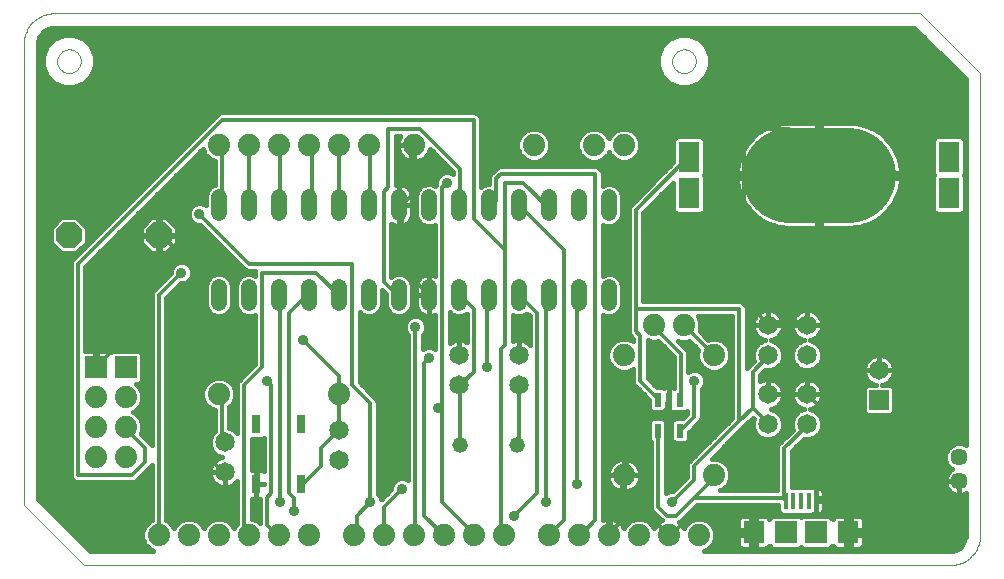
<source format=gtl>
G75*
%MOIN*%
%OFA0B0*%
%FSLAX24Y24*%
%IPPOS*%
%LPD*%
%AMOC8*
5,1,8,0,0,1.08239X$1,22.5*
%
%ADD10C,0.0000*%
%ADD11R,0.0700X0.1000*%
%ADD12C,0.3150*%
%ADD13C,0.0650*%
%ADD14R,0.0650X0.0650*%
%ADD15C,0.0740*%
%ADD16R,0.0300X0.0600*%
%ADD17C,0.0520*%
%ADD18R,0.0740X0.0740*%
%ADD19R,0.0217X0.0472*%
%ADD20R,0.0138X0.0551*%
%ADD21R,0.0709X0.0748*%
%ADD22R,0.0748X0.0748*%
%ADD23C,0.0570*%
%ADD24OC8,0.0850*%
%ADD25C,0.0520*%
%ADD26C,0.0120*%
%ADD27C,0.0360*%
%ADD28C,0.0160*%
D10*
X002380Y004080D02*
X004380Y002080D01*
X033250Y002080D01*
X033310Y002082D01*
X033371Y002087D01*
X033430Y002096D01*
X033489Y002109D01*
X033548Y002125D01*
X033605Y002145D01*
X033660Y002168D01*
X033715Y002195D01*
X033767Y002224D01*
X033818Y002257D01*
X033867Y002293D01*
X033913Y002331D01*
X033957Y002373D01*
X033999Y002417D01*
X034037Y002463D01*
X034073Y002512D01*
X034106Y002563D01*
X034135Y002615D01*
X034162Y002670D01*
X034185Y002725D01*
X034205Y002782D01*
X034221Y002841D01*
X034234Y002900D01*
X034243Y002959D01*
X034248Y003020D01*
X034250Y003080D01*
X034250Y018476D01*
X032250Y020476D01*
X003380Y020476D01*
X003320Y020474D01*
X003259Y020469D01*
X003200Y020460D01*
X003141Y020447D01*
X003082Y020431D01*
X003025Y020411D01*
X002970Y020388D01*
X002915Y020361D01*
X002863Y020332D01*
X002812Y020299D01*
X002763Y020263D01*
X002717Y020225D01*
X002673Y020183D01*
X002631Y020139D01*
X002593Y020093D01*
X002557Y020044D01*
X002524Y019993D01*
X002495Y019941D01*
X002468Y019886D01*
X002445Y019831D01*
X002425Y019774D01*
X002409Y019715D01*
X002396Y019656D01*
X002387Y019597D01*
X002382Y019536D01*
X002380Y019476D01*
X002380Y004080D01*
X003486Y018880D02*
X003488Y018919D01*
X003494Y018958D01*
X003504Y018996D01*
X003517Y019033D01*
X003534Y019068D01*
X003554Y019102D01*
X003578Y019133D01*
X003605Y019162D01*
X003634Y019188D01*
X003666Y019211D01*
X003700Y019231D01*
X003736Y019247D01*
X003773Y019259D01*
X003812Y019268D01*
X003851Y019273D01*
X003890Y019274D01*
X003929Y019271D01*
X003968Y019264D01*
X004005Y019253D01*
X004042Y019239D01*
X004077Y019221D01*
X004110Y019200D01*
X004141Y019175D01*
X004169Y019148D01*
X004194Y019118D01*
X004216Y019085D01*
X004235Y019051D01*
X004250Y019015D01*
X004262Y018977D01*
X004270Y018939D01*
X004274Y018900D01*
X004274Y018860D01*
X004270Y018821D01*
X004262Y018783D01*
X004250Y018745D01*
X004235Y018709D01*
X004216Y018675D01*
X004194Y018642D01*
X004169Y018612D01*
X004141Y018585D01*
X004110Y018560D01*
X004077Y018539D01*
X004042Y018521D01*
X004005Y018507D01*
X003968Y018496D01*
X003929Y018489D01*
X003890Y018486D01*
X003851Y018487D01*
X003812Y018492D01*
X003773Y018501D01*
X003736Y018513D01*
X003700Y018529D01*
X003666Y018549D01*
X003634Y018572D01*
X003605Y018598D01*
X003578Y018627D01*
X003554Y018658D01*
X003534Y018692D01*
X003517Y018727D01*
X003504Y018764D01*
X003494Y018802D01*
X003488Y018841D01*
X003486Y018880D01*
X023986Y018880D02*
X023988Y018919D01*
X023994Y018958D01*
X024004Y018996D01*
X024017Y019033D01*
X024034Y019068D01*
X024054Y019102D01*
X024078Y019133D01*
X024105Y019162D01*
X024134Y019188D01*
X024166Y019211D01*
X024200Y019231D01*
X024236Y019247D01*
X024273Y019259D01*
X024312Y019268D01*
X024351Y019273D01*
X024390Y019274D01*
X024429Y019271D01*
X024468Y019264D01*
X024505Y019253D01*
X024542Y019239D01*
X024577Y019221D01*
X024610Y019200D01*
X024641Y019175D01*
X024669Y019148D01*
X024694Y019118D01*
X024716Y019085D01*
X024735Y019051D01*
X024750Y019015D01*
X024762Y018977D01*
X024770Y018939D01*
X024774Y018900D01*
X024774Y018860D01*
X024770Y018821D01*
X024762Y018783D01*
X024750Y018745D01*
X024735Y018709D01*
X024716Y018675D01*
X024694Y018642D01*
X024669Y018612D01*
X024641Y018585D01*
X024610Y018560D01*
X024577Y018539D01*
X024542Y018521D01*
X024505Y018507D01*
X024468Y018496D01*
X024429Y018489D01*
X024390Y018486D01*
X024351Y018487D01*
X024312Y018492D01*
X024273Y018501D01*
X024236Y018513D01*
X024200Y018529D01*
X024166Y018549D01*
X024134Y018572D01*
X024105Y018598D01*
X024078Y018627D01*
X024054Y018658D01*
X024034Y018692D01*
X024017Y018727D01*
X024004Y018764D01*
X023994Y018802D01*
X023988Y018841D01*
X023986Y018880D01*
D11*
X024549Y015690D03*
X024549Y014470D03*
X033211Y014470D03*
X033211Y015690D03*
D12*
X029864Y015080D02*
X027896Y015080D01*
D13*
X028480Y010080D03*
X027180Y010080D03*
X027180Y009080D03*
X028480Y009080D03*
X028480Y007780D03*
X027180Y007780D03*
X027180Y006780D03*
X028480Y006780D03*
X030880Y008580D03*
X018880Y008080D03*
X018880Y009080D03*
X016880Y009080D03*
X016880Y008080D03*
X012880Y006580D03*
X012880Y005580D03*
X009080Y005180D03*
X009080Y006180D03*
D14*
X030880Y007580D03*
D15*
X025380Y009080D03*
X024380Y010080D03*
X023380Y010080D03*
X022380Y009080D03*
X022380Y005080D03*
X021880Y003080D03*
X020880Y003080D03*
X019880Y003080D03*
X018380Y003080D03*
X017380Y003080D03*
X016380Y003080D03*
X015380Y003080D03*
X014380Y003080D03*
X013380Y003080D03*
X011880Y003080D03*
X010880Y003080D03*
X009880Y003080D03*
X008880Y003080D03*
X007880Y003080D03*
X006880Y003080D03*
X005780Y005680D03*
X004780Y005680D03*
X004780Y006680D03*
X005780Y006680D03*
X005780Y007680D03*
X004780Y007680D03*
X008880Y007780D03*
X012880Y007780D03*
X022880Y003080D03*
X023880Y003080D03*
X024880Y003080D03*
X025380Y005080D03*
X022380Y016080D03*
X021380Y016080D03*
X019380Y016080D03*
X015380Y016080D03*
X013880Y016080D03*
X012880Y016080D03*
X011880Y016080D03*
X010880Y016080D03*
X009880Y016080D03*
X008880Y016080D03*
D16*
X010130Y006780D03*
X011630Y006780D03*
X011630Y004780D03*
X010130Y004780D03*
D17*
X016930Y006080D03*
X018830Y006080D03*
D18*
X005780Y008680D03*
X004780Y008680D03*
D19*
X023506Y007592D03*
X023880Y007592D03*
X024254Y007592D03*
X024254Y006568D03*
X023506Y006568D03*
D20*
X027768Y004223D03*
X028024Y004223D03*
X028280Y004223D03*
X028536Y004223D03*
X028792Y004223D03*
D21*
X029855Y003180D03*
X026705Y003180D03*
D22*
X027780Y003180D03*
X028780Y003180D03*
D23*
X033555Y004886D03*
X033555Y005674D03*
D24*
X006880Y013080D03*
X003880Y013080D03*
D25*
X008880Y013820D02*
X008880Y014340D01*
X009880Y014340D02*
X009880Y013820D01*
X010880Y013820D02*
X010880Y014340D01*
X011880Y014340D02*
X011880Y013820D01*
X012880Y013820D02*
X012880Y014340D01*
X013880Y014340D02*
X013880Y013820D01*
X014880Y013820D02*
X014880Y014340D01*
X015880Y014340D02*
X015880Y013820D01*
X016880Y013820D02*
X016880Y014340D01*
X017880Y014340D02*
X017880Y013820D01*
X018880Y013820D02*
X018880Y014340D01*
X019880Y014340D02*
X019880Y013820D01*
X020880Y013820D02*
X020880Y014340D01*
X021880Y014340D02*
X021880Y013820D01*
X021880Y011340D02*
X021880Y010820D01*
X020880Y010820D02*
X020880Y011340D01*
X019880Y011340D02*
X019880Y010820D01*
X018880Y010820D02*
X018880Y011340D01*
X017880Y011340D02*
X017880Y010820D01*
X016880Y010820D02*
X016880Y011340D01*
X015880Y011340D02*
X015880Y010820D01*
X014880Y010820D02*
X014880Y011340D01*
X013880Y011340D02*
X013880Y010820D01*
X012880Y010820D02*
X012880Y011340D01*
X011880Y011340D02*
X011880Y010820D01*
X010880Y010820D02*
X010880Y011340D01*
X009880Y011340D02*
X009880Y010820D01*
X008880Y010820D02*
X008880Y011340D01*
D26*
X008080Y011980D02*
X007630Y012430D01*
X006580Y011380D01*
X006580Y010480D01*
X004780Y008680D01*
X005780Y006680D02*
X005830Y006580D01*
X006430Y005980D01*
X006430Y005530D01*
X005980Y005080D01*
X004180Y005080D01*
X004180Y012130D01*
X008980Y016930D01*
X017380Y016930D01*
X017380Y013630D01*
X018430Y012580D01*
X018430Y014830D01*
X019030Y014830D01*
X019780Y014080D01*
X019880Y014080D01*
X018880Y014080D02*
X020380Y012580D01*
X020380Y003580D01*
X019880Y003080D01*
X020880Y003080D02*
X020980Y003130D01*
X021430Y003580D01*
X021430Y015130D01*
X018280Y015130D01*
X018130Y014980D01*
X018130Y014230D01*
X017980Y014080D01*
X017880Y014080D01*
X016930Y014080D02*
X016880Y014080D01*
X016930Y014080D02*
X016930Y015280D01*
X015580Y016630D01*
X014530Y016630D01*
X014530Y014680D01*
X014380Y014530D01*
X014380Y011530D01*
X014830Y011080D01*
X014880Y011080D01*
X014980Y011980D02*
X015880Y011080D01*
X015880Y009580D01*
X015430Y010030D02*
X015430Y003130D01*
X015380Y003080D01*
X015730Y003730D02*
X015730Y008830D01*
X015880Y008980D01*
X016880Y008080D02*
X016930Y008080D01*
X016930Y006080D01*
X016330Y007330D02*
X016180Y007330D01*
X016330Y007330D02*
X016330Y014680D01*
X016480Y014830D01*
X015280Y014380D02*
X015280Y016030D01*
X015380Y016080D01*
X013930Y016030D02*
X013880Y016080D01*
X013930Y016030D02*
X013930Y014080D01*
X013880Y014080D01*
X012880Y014080D02*
X012880Y016080D01*
X011980Y016030D02*
X011880Y016080D01*
X011980Y016030D02*
X011980Y014080D01*
X011880Y014080D01*
X010930Y014080D02*
X010880Y014080D01*
X010930Y014080D02*
X010930Y016030D01*
X010880Y016080D01*
X009880Y016080D02*
X009880Y014080D01*
X008980Y014080D02*
X008880Y014080D01*
X008980Y014080D02*
X008980Y016030D01*
X008880Y016080D01*
X008230Y013780D02*
X009880Y012130D01*
X013330Y012130D01*
X013330Y008080D01*
X013930Y007480D01*
X013930Y004180D01*
X013480Y003730D01*
X013480Y003130D01*
X013380Y003080D01*
X014380Y003080D02*
X014380Y004030D01*
X014980Y004630D01*
X016330Y004180D02*
X017380Y003130D01*
X017380Y003080D01*
X018280Y003130D02*
X018380Y003080D01*
X018280Y003130D02*
X018280Y009280D01*
X018430Y009430D01*
X018430Y012580D01*
X018880Y011080D02*
X019480Y010480D01*
X019480Y004480D01*
X018730Y003730D01*
X019780Y004180D02*
X019780Y011080D01*
X019880Y011080D01*
X020830Y011080D02*
X020880Y011080D01*
X020830Y011080D02*
X020830Y004780D01*
X022330Y004630D02*
X023880Y003080D01*
X023980Y003130D01*
X024580Y003730D01*
X028780Y003730D01*
X028780Y004180D01*
X028792Y004223D01*
X028780Y004330D01*
X029080Y004330D01*
X029080Y007180D01*
X028480Y007780D01*
X027880Y007780D01*
X027880Y010180D01*
X027280Y010180D01*
X027180Y010080D01*
X027130Y010180D01*
X026380Y010930D01*
X026380Y016630D01*
X027880Y016630D01*
X028480Y016030D01*
X028480Y015430D01*
X028780Y015130D01*
X028880Y015080D01*
X024549Y015690D02*
X024430Y015580D01*
X022780Y013930D01*
X022780Y010630D01*
X026230Y010630D01*
X026230Y006880D01*
X024730Y005380D01*
X024730Y004930D01*
X023980Y004180D01*
X023830Y003730D02*
X023530Y004030D01*
X023530Y006430D01*
X023506Y006568D01*
X024254Y006568D02*
X024280Y006580D01*
X024730Y007030D01*
X024730Y008230D01*
X024280Y007630D02*
X024254Y007592D01*
X024280Y007630D02*
X024280Y009130D01*
X023380Y010030D01*
X023380Y010080D01*
X022930Y009730D02*
X022780Y009880D01*
X022780Y010630D01*
X022930Y009730D02*
X022930Y008230D01*
X023530Y007630D01*
X023506Y007592D01*
X023830Y007480D02*
X023880Y007592D01*
X023830Y007480D02*
X023830Y007330D01*
X023530Y007030D01*
X022480Y007030D01*
X022480Y005080D01*
X022380Y005080D01*
X022330Y005080D01*
X022330Y004630D01*
X022330Y003580D01*
X021880Y003130D01*
X021880Y003080D01*
X023830Y003730D02*
X024130Y003730D01*
X024730Y004330D01*
X027730Y004330D01*
X027768Y004223D01*
X027730Y004330D02*
X027730Y005980D01*
X028480Y006730D01*
X028480Y006780D01*
X027180Y006780D02*
X027130Y006880D01*
X026680Y007330D01*
X026230Y006880D01*
X026680Y007330D02*
X026680Y008530D01*
X027130Y008980D01*
X027180Y009080D01*
X028480Y010080D02*
X028480Y010180D01*
X027880Y010180D01*
X025380Y009080D02*
X024380Y010080D01*
X027180Y007780D02*
X027880Y007780D01*
X025380Y005080D02*
X025330Y005080D01*
X025330Y004930D01*
X024730Y004330D01*
X029080Y004330D02*
X033580Y004330D01*
X033555Y004886D01*
X018880Y006130D02*
X018830Y006080D01*
X018880Y006130D02*
X018880Y008080D01*
X017830Y008680D02*
X017830Y011080D01*
X017880Y011080D01*
X017380Y010630D02*
X017380Y008530D01*
X016930Y008080D01*
X016330Y007330D02*
X016330Y004180D01*
X015730Y003730D02*
X016380Y003080D01*
X012280Y005380D02*
X012280Y005980D01*
X012880Y006580D01*
X012880Y007780D01*
X012880Y008380D01*
X011680Y009580D01*
X011230Y010480D02*
X011230Y004480D01*
X011380Y004330D01*
X011380Y003880D01*
X010930Y004180D02*
X010930Y011080D01*
X010880Y011080D01*
X011230Y010480D02*
X011830Y011080D01*
X011880Y011080D01*
X012130Y011830D02*
X010330Y011830D01*
X010330Y008680D01*
X009730Y008080D01*
X009730Y003280D01*
X009880Y003130D01*
X009880Y003080D01*
X010480Y003430D02*
X010780Y003130D01*
X010880Y003080D01*
X010480Y003430D02*
X010480Y004330D01*
X010630Y004480D01*
X010630Y008080D01*
X010480Y008230D01*
X008980Y007780D02*
X008880Y007780D01*
X008980Y007780D02*
X008980Y006280D01*
X009080Y006180D01*
X008980Y005230D02*
X008080Y006130D01*
X008080Y011980D01*
X007630Y011830D02*
X006880Y011080D01*
X006880Y003080D01*
X008980Y005230D02*
X009080Y005180D01*
X010180Y005380D02*
X010180Y004780D01*
X010130Y004780D01*
X011630Y004780D02*
X011680Y004780D01*
X012280Y005380D01*
X017380Y010630D02*
X016930Y011080D01*
X016880Y011080D01*
X014980Y011980D02*
X014980Y014080D01*
X014880Y014080D01*
X014980Y014080D02*
X015280Y014380D01*
X012130Y011830D02*
X012880Y011080D01*
X007630Y012430D02*
X006880Y013180D01*
X006880Y013080D01*
D27*
X008230Y013780D03*
X007630Y011830D03*
X011680Y009580D03*
X010480Y008230D03*
X010180Y005380D03*
X010930Y004180D03*
X011380Y003880D03*
X013930Y004180D03*
X014980Y004630D03*
X018730Y003730D03*
X019780Y004180D03*
X020830Y004780D03*
X023980Y004180D03*
X024730Y008230D03*
X017830Y008680D03*
X015880Y008980D03*
X015880Y009580D03*
X015430Y010030D03*
X016180Y007330D03*
X016480Y014830D03*
D28*
X016218Y015077D02*
X014770Y015077D01*
X014770Y014919D02*
X016127Y014919D01*
X016120Y014902D02*
X016120Y014800D01*
X016091Y014729D01*
X015968Y014780D01*
X015792Y014780D01*
X015631Y014713D01*
X015507Y014589D01*
X015440Y014428D01*
X015440Y013732D01*
X015507Y013571D01*
X015631Y013447D01*
X015792Y013380D01*
X015968Y013380D01*
X016090Y013431D01*
X016090Y011727D01*
X016049Y011748D01*
X015983Y011769D01*
X015915Y011780D01*
X015880Y011780D01*
X015880Y011080D01*
X015880Y011080D01*
X015880Y010380D01*
X015915Y010380D01*
X015983Y010391D01*
X016049Y010412D01*
X016090Y010433D01*
X016090Y009279D01*
X016084Y009285D01*
X015952Y009340D01*
X015808Y009340D01*
X015676Y009285D01*
X015670Y009279D01*
X015670Y009761D01*
X015735Y009826D01*
X015790Y009958D01*
X015790Y010102D01*
X015735Y010234D01*
X015634Y010335D01*
X015502Y010390D01*
X015358Y010390D01*
X015226Y010335D01*
X015125Y010234D01*
X015070Y010102D01*
X015070Y009958D01*
X015125Y009826D01*
X015190Y009761D01*
X015190Y004929D01*
X015184Y004935D01*
X015052Y004990D01*
X014908Y004990D01*
X014776Y004935D01*
X014675Y004834D01*
X014620Y004702D01*
X014620Y004609D01*
X014282Y004271D01*
X014235Y004384D01*
X014170Y004449D01*
X014170Y007528D01*
X014133Y007616D01*
X014066Y007683D01*
X013570Y008179D01*
X013570Y010508D01*
X013631Y010447D01*
X013792Y010380D01*
X013968Y010380D01*
X014129Y010447D01*
X014253Y010571D01*
X014320Y010732D01*
X014320Y011251D01*
X014440Y011131D01*
X014440Y010732D01*
X014507Y010571D01*
X014631Y010447D01*
X014792Y010380D01*
X014968Y010380D01*
X015129Y010447D01*
X015253Y010571D01*
X015320Y010732D01*
X015320Y011428D01*
X015253Y011589D01*
X015129Y011713D01*
X014968Y011780D01*
X014792Y011780D01*
X014631Y011713D01*
X014620Y011702D01*
X014620Y013465D01*
X014649Y013444D01*
X014711Y013412D01*
X014777Y013391D01*
X014845Y013380D01*
X014880Y013380D01*
X014915Y013380D01*
X014983Y013391D01*
X015049Y013412D01*
X015111Y013444D01*
X015167Y013484D01*
X015216Y013533D01*
X015256Y013589D01*
X015288Y013651D01*
X015309Y013717D01*
X015320Y013785D01*
X015320Y014080D01*
X015320Y014375D01*
X015309Y014443D01*
X015446Y014443D01*
X015309Y014443D02*
X015288Y014509D01*
X015256Y014571D01*
X015216Y014627D01*
X015167Y014676D01*
X015111Y014716D01*
X015049Y014748D01*
X014983Y014769D01*
X014915Y014780D01*
X014880Y014780D01*
X014880Y014080D01*
X014880Y014080D01*
X015320Y014080D01*
X014880Y014080D01*
X014880Y014080D01*
X014880Y014780D01*
X014845Y014780D01*
X014777Y014769D01*
X014770Y014767D01*
X014770Y016390D01*
X014925Y016390D01*
X014910Y016368D01*
X014870Y016291D01*
X014844Y016209D01*
X014830Y016123D01*
X014830Y016089D01*
X015371Y016089D01*
X015371Y016071D01*
X015389Y016071D01*
X015389Y015530D01*
X015423Y015530D01*
X015509Y015544D01*
X015591Y015570D01*
X015668Y015610D01*
X015738Y015660D01*
X015800Y015722D01*
X015850Y015792D01*
X015890Y015869D01*
X015916Y015951D01*
X015917Y015954D01*
X016690Y015181D01*
X016690Y015129D01*
X016684Y015135D01*
X016552Y015190D01*
X016408Y015190D01*
X016276Y015135D01*
X016175Y015034D01*
X016120Y014902D01*
X016103Y014760D02*
X016016Y014760D01*
X015744Y014760D02*
X015011Y014760D01*
X014880Y014760D02*
X014880Y014760D01*
X014880Y014602D02*
X014880Y014602D01*
X014880Y014443D02*
X014880Y014443D01*
X014880Y014285D02*
X014880Y014285D01*
X014880Y014126D02*
X014880Y014126D01*
X014880Y014080D02*
X014880Y013380D01*
X014880Y014080D01*
X014880Y014080D01*
X014880Y013968D02*
X014880Y013968D01*
X014880Y013809D02*
X014880Y013809D01*
X014880Y013651D02*
X014880Y013651D01*
X014880Y013492D02*
X014880Y013492D01*
X015174Y013492D02*
X015586Y013492D01*
X015474Y013651D02*
X015287Y013651D01*
X015320Y013809D02*
X015440Y013809D01*
X015440Y013968D02*
X015320Y013968D01*
X015320Y014126D02*
X015440Y014126D01*
X015440Y014285D02*
X015320Y014285D01*
X015234Y014602D02*
X015519Y014602D01*
X014770Y015236D02*
X016635Y015236D01*
X016477Y015394D02*
X014770Y015394D01*
X014770Y015553D02*
X015224Y015553D01*
X015251Y015544D02*
X015337Y015530D01*
X015371Y015530D01*
X015371Y016071D01*
X014830Y016071D01*
X014830Y016037D01*
X014844Y015951D01*
X014870Y015869D01*
X014910Y015792D01*
X014960Y015722D01*
X015022Y015660D01*
X015092Y015610D01*
X015169Y015570D01*
X015251Y015544D01*
X015371Y015553D02*
X015389Y015553D01*
X015536Y015553D02*
X016318Y015553D01*
X016160Y015711D02*
X015789Y015711D01*
X015890Y015870D02*
X016001Y015870D01*
X015389Y015870D02*
X015371Y015870D01*
X015371Y016028D02*
X015389Y016028D01*
X015371Y015711D02*
X015389Y015711D01*
X014971Y015711D02*
X014770Y015711D01*
X014770Y015870D02*
X014870Y015870D01*
X014831Y016028D02*
X014770Y016028D01*
X014770Y016187D02*
X014840Y016187D01*
X014898Y016345D02*
X014770Y016345D01*
X017428Y017170D02*
X008932Y017170D01*
X008844Y017133D01*
X003977Y012266D01*
X003940Y012178D01*
X003940Y005032D01*
X003977Y004944D01*
X004044Y004877D01*
X004132Y004840D01*
X006028Y004840D01*
X006116Y004877D01*
X006183Y004944D01*
X006633Y005394D01*
X006640Y005410D01*
X006640Y003576D01*
X006568Y003546D01*
X006414Y003392D01*
X006330Y003189D01*
X006330Y002971D01*
X006414Y002768D01*
X006568Y002614D01*
X006698Y002560D01*
X004579Y002560D01*
X002860Y004279D01*
X002860Y019476D01*
X002864Y019544D01*
X002900Y019675D01*
X002967Y019793D01*
X003063Y019889D01*
X003181Y019956D01*
X003312Y019992D01*
X003380Y019996D01*
X032051Y019996D01*
X033770Y018277D01*
X033770Y006088D01*
X033647Y006139D01*
X033463Y006139D01*
X033292Y006068D01*
X033161Y005937D01*
X033090Y005766D01*
X033090Y005581D01*
X033161Y005410D01*
X033292Y005279D01*
X033300Y005276D01*
X033252Y005241D01*
X033200Y005189D01*
X033157Y005130D01*
X033124Y005065D01*
X033101Y004995D01*
X033090Y004923D01*
X033090Y004886D01*
X033090Y004850D01*
X033101Y004777D01*
X033124Y004708D01*
X033157Y004643D01*
X033200Y004583D01*
X033252Y004532D01*
X033311Y004489D01*
X033377Y004455D01*
X033446Y004433D01*
X033518Y004421D01*
X033555Y004421D01*
X033592Y004421D01*
X033664Y004433D01*
X033733Y004455D01*
X033770Y004474D01*
X033770Y003080D01*
X033766Y003012D01*
X033730Y002881D01*
X033663Y002763D01*
X033567Y002667D01*
X033449Y002600D01*
X033318Y002564D01*
X033250Y002560D01*
X025062Y002560D01*
X025192Y002614D01*
X025346Y002768D01*
X025430Y002971D01*
X025430Y003189D01*
X025346Y003392D01*
X025192Y003546D01*
X024989Y003630D01*
X024771Y003630D01*
X024568Y003546D01*
X024414Y003392D01*
X024380Y003310D01*
X024350Y003368D01*
X024300Y003438D01*
X024238Y003500D01*
X024225Y003509D01*
X024266Y003527D01*
X024829Y004090D01*
X027519Y004090D01*
X027519Y003873D01*
X027625Y003768D01*
X028679Y003768D01*
X028684Y003772D01*
X028699Y003768D01*
X028792Y003768D01*
X028884Y003768D01*
X028930Y003780D01*
X028971Y003804D01*
X029005Y003837D01*
X029028Y003878D01*
X029041Y003924D01*
X029041Y004223D01*
X028792Y004223D01*
X028792Y003768D01*
X028792Y004223D01*
X028792Y004223D01*
X028792Y004223D01*
X029041Y004223D01*
X029041Y004523D01*
X029028Y004568D01*
X029005Y004609D01*
X028971Y004643D01*
X028930Y004667D01*
X028884Y004679D01*
X028792Y004679D01*
X028792Y004223D01*
X028792Y004223D01*
X028792Y004679D01*
X028699Y004679D01*
X028684Y004675D01*
X028679Y004679D01*
X027970Y004679D01*
X027970Y005881D01*
X028369Y006279D01*
X028380Y006275D01*
X028580Y006275D01*
X028766Y006352D01*
X028908Y006494D01*
X028985Y006680D01*
X028985Y006880D01*
X028908Y007066D01*
X028766Y007208D01*
X028581Y007285D01*
X028598Y007287D01*
X028674Y007312D01*
X028745Y007348D01*
X028809Y007395D01*
X028865Y007451D01*
X028912Y007515D01*
X028948Y007586D01*
X028973Y007662D01*
X028985Y007740D01*
X028985Y007780D01*
X028985Y007820D01*
X028973Y007898D01*
X028948Y007974D01*
X028912Y008045D01*
X028865Y008109D01*
X028809Y008165D01*
X028745Y008212D01*
X028674Y008248D01*
X028598Y008273D01*
X028520Y008285D01*
X028480Y008285D01*
X028480Y007780D01*
X028480Y007780D01*
X028985Y007780D01*
X028480Y007780D01*
X028480Y007780D01*
X028480Y007780D01*
X027975Y007780D01*
X027975Y007820D01*
X027987Y007898D01*
X028012Y007974D01*
X028048Y008045D01*
X028095Y008109D01*
X028151Y008165D01*
X028215Y008212D01*
X028286Y008248D01*
X028362Y008273D01*
X028440Y008285D01*
X028480Y008285D01*
X028480Y007780D01*
X027975Y007780D01*
X027975Y007740D01*
X027987Y007662D01*
X028012Y007586D01*
X028048Y007515D01*
X028095Y007451D01*
X028151Y007395D01*
X028215Y007348D01*
X028286Y007312D01*
X028362Y007287D01*
X028379Y007285D01*
X028194Y007208D01*
X028052Y007066D01*
X027975Y006880D01*
X027975Y006680D01*
X028009Y006598D01*
X027594Y006183D01*
X027527Y006116D01*
X027490Y006028D01*
X027490Y004570D01*
X025586Y004570D01*
X025692Y004614D01*
X025846Y004768D01*
X025930Y004971D01*
X025930Y005189D01*
X025846Y005392D01*
X025692Y005546D01*
X025489Y005630D01*
X025319Y005630D01*
X026366Y006677D01*
X026433Y006744D01*
X026680Y006991D01*
X026709Y006962D01*
X026675Y006880D01*
X026675Y006680D01*
X026752Y006494D01*
X026894Y006352D01*
X027080Y006275D01*
X027280Y006275D01*
X027466Y006352D01*
X027608Y006494D01*
X027685Y006680D01*
X027685Y006880D01*
X027608Y007066D01*
X027466Y007208D01*
X027281Y007285D01*
X027298Y007287D01*
X027374Y007312D01*
X027445Y007348D01*
X027509Y007395D01*
X027565Y007451D01*
X027612Y007515D01*
X027648Y007586D01*
X027673Y007662D01*
X027685Y007740D01*
X027685Y007780D01*
X027685Y007820D01*
X027673Y007898D01*
X027648Y007974D01*
X027612Y008045D01*
X027565Y008109D01*
X027509Y008165D01*
X027445Y008212D01*
X027374Y008248D01*
X027298Y008273D01*
X027220Y008285D01*
X027180Y008285D01*
X027180Y007780D01*
X027180Y007780D01*
X027685Y007780D01*
X027180Y007780D01*
X027180Y007780D01*
X027180Y008285D01*
X027140Y008285D01*
X027062Y008273D01*
X026986Y008248D01*
X026920Y008214D01*
X026920Y008431D01*
X027069Y008579D01*
X027080Y008575D01*
X027280Y008575D01*
X027466Y008652D01*
X027608Y008794D01*
X027685Y008980D01*
X027685Y009180D01*
X027608Y009366D01*
X027466Y009508D01*
X027281Y009585D01*
X027298Y009587D01*
X027374Y009612D01*
X027445Y009648D01*
X027509Y009695D01*
X027565Y009751D01*
X027612Y009815D01*
X027648Y009886D01*
X027673Y009962D01*
X027685Y010040D01*
X027685Y010080D01*
X027685Y010120D01*
X027673Y010198D01*
X027648Y010274D01*
X027612Y010345D01*
X027565Y010409D01*
X027509Y010465D01*
X027445Y010512D01*
X027374Y010548D01*
X027298Y010573D01*
X027220Y010585D01*
X027180Y010585D01*
X027180Y010080D01*
X027180Y010080D01*
X027685Y010080D01*
X027180Y010080D01*
X027180Y010080D01*
X027180Y010080D01*
X026675Y010080D01*
X026675Y010120D01*
X026687Y010198D01*
X026712Y010274D01*
X026748Y010345D01*
X026795Y010409D01*
X026851Y010465D01*
X026915Y010512D01*
X026986Y010548D01*
X027062Y010573D01*
X027140Y010585D01*
X027180Y010585D01*
X027180Y010080D01*
X026675Y010080D01*
X026675Y010040D01*
X026687Y009962D01*
X026712Y009886D01*
X026748Y009815D01*
X026795Y009751D01*
X026851Y009695D01*
X026915Y009648D01*
X026986Y009612D01*
X027062Y009587D01*
X027079Y009585D01*
X026894Y009508D01*
X026752Y009366D01*
X026675Y009180D01*
X026675Y008980D01*
X026709Y008898D01*
X026477Y008666D01*
X026470Y008650D01*
X026470Y010678D01*
X026433Y010766D01*
X026366Y010833D01*
X026278Y010870D01*
X023020Y010870D01*
X023020Y013831D01*
X024019Y014830D01*
X024019Y013895D01*
X024125Y013790D01*
X024974Y013790D01*
X025079Y013895D01*
X025079Y015044D01*
X025044Y015080D01*
X025079Y015116D01*
X025079Y016265D01*
X024974Y016370D01*
X024125Y016370D01*
X024019Y016265D01*
X024019Y015509D01*
X022644Y014133D01*
X022577Y014066D01*
X022540Y013978D01*
X022540Y009832D01*
X022577Y009744D01*
X022690Y009631D01*
X022690Y009547D01*
X022489Y009630D01*
X022271Y009630D01*
X022068Y009546D01*
X021914Y009392D01*
X021830Y009189D01*
X021830Y008971D01*
X021914Y008768D01*
X022068Y008614D01*
X022271Y008530D01*
X022489Y008530D01*
X022690Y008613D01*
X022690Y008182D01*
X022727Y008094D01*
X022794Y008027D01*
X023218Y007603D01*
X023218Y007281D01*
X023323Y007176D01*
X023689Y007176D01*
X023702Y007188D01*
X023748Y007176D01*
X023880Y007176D01*
X024012Y007176D01*
X024058Y007188D01*
X024058Y007188D01*
X024071Y007176D01*
X024437Y007176D01*
X024490Y007229D01*
X024490Y007129D01*
X024345Y006984D01*
X024071Y006984D01*
X023966Y006879D01*
X023966Y006257D01*
X024071Y006152D01*
X024437Y006152D01*
X024542Y006257D01*
X024542Y006503D01*
X024866Y006827D01*
X024933Y006894D01*
X024970Y006982D01*
X024970Y007961D01*
X025035Y008026D01*
X025090Y008158D01*
X025090Y008302D01*
X025035Y008434D01*
X024934Y008535D01*
X024802Y008590D01*
X024658Y008590D01*
X024526Y008535D01*
X024520Y008529D01*
X024520Y009178D01*
X024483Y009266D01*
X024183Y009566D01*
X024271Y009530D01*
X024489Y009530D01*
X024561Y009560D01*
X024860Y009261D01*
X024830Y009189D01*
X024830Y008971D01*
X024914Y008768D01*
X025068Y008614D01*
X025271Y008530D01*
X025489Y008530D01*
X025692Y008614D01*
X025846Y008768D01*
X025930Y008971D01*
X025930Y009189D01*
X025846Y009392D01*
X025692Y009546D01*
X025489Y009630D01*
X025271Y009630D01*
X025199Y009600D01*
X024900Y009899D01*
X024930Y009971D01*
X024930Y010189D01*
X024847Y010390D01*
X025990Y010390D01*
X025990Y006979D01*
X024527Y005516D01*
X024490Y005428D01*
X024490Y005029D01*
X024001Y004540D01*
X023908Y004540D01*
X023776Y004485D01*
X023770Y004479D01*
X023770Y006233D01*
X023794Y006257D01*
X023794Y006879D01*
X023689Y006984D01*
X023323Y006984D01*
X023218Y006879D01*
X023218Y006257D01*
X023290Y006185D01*
X023290Y003982D01*
X021670Y003982D01*
X021670Y003824D02*
X023397Y003824D01*
X023327Y003894D02*
X023627Y003594D01*
X023644Y003577D01*
X023592Y003550D01*
X023522Y003500D01*
X023460Y003438D01*
X023410Y003368D01*
X023380Y003310D01*
X023346Y003392D01*
X023192Y003546D01*
X022989Y003630D01*
X022771Y003630D01*
X022568Y003546D01*
X022414Y003392D01*
X022380Y003310D01*
X022350Y003368D01*
X022300Y003438D01*
X022238Y003500D01*
X022168Y003550D01*
X022091Y003590D01*
X022009Y003616D01*
X021923Y003630D01*
X021900Y003630D01*
X021900Y003100D01*
X021860Y003100D01*
X021860Y003630D01*
X021837Y003630D01*
X021751Y003616D01*
X021670Y003590D01*
X021670Y010431D01*
X021792Y010380D01*
X021968Y010380D01*
X022129Y010447D01*
X022253Y010571D01*
X022320Y010732D01*
X022320Y011428D01*
X022253Y011589D01*
X022129Y011713D01*
X021968Y011780D01*
X021792Y011780D01*
X021670Y011729D01*
X021670Y013431D01*
X021792Y013380D01*
X021968Y013380D01*
X022129Y013447D01*
X022253Y013571D01*
X022320Y013732D01*
X022320Y014428D01*
X022253Y014589D01*
X022129Y014713D01*
X021968Y014780D01*
X021792Y014780D01*
X021670Y014729D01*
X021670Y015178D01*
X021633Y015266D01*
X021566Y015333D01*
X021478Y015370D01*
X018232Y015370D01*
X018144Y015333D01*
X018077Y015266D01*
X017927Y015116D01*
X017890Y015028D01*
X017890Y014780D01*
X017792Y014780D01*
X017631Y014713D01*
X017620Y014702D01*
X017620Y016978D01*
X017583Y017066D01*
X017516Y017133D01*
X017428Y017170D01*
X017506Y017138D02*
X033770Y017138D01*
X033770Y017296D02*
X002860Y017296D01*
X002860Y017138D02*
X008854Y017138D01*
X008690Y016979D02*
X002860Y016979D01*
X002860Y016821D02*
X008531Y016821D01*
X008373Y016662D02*
X002860Y016662D01*
X002860Y016504D02*
X008214Y016504D01*
X008056Y016345D02*
X002860Y016345D01*
X002860Y016187D02*
X007897Y016187D01*
X007739Y016028D02*
X002860Y016028D01*
X002860Y015870D02*
X007580Y015870D01*
X007422Y015711D02*
X002860Y015711D01*
X002860Y015553D02*
X007263Y015553D01*
X007105Y015394D02*
X002860Y015394D01*
X002860Y015236D02*
X006946Y015236D01*
X006788Y015077D02*
X002860Y015077D01*
X002860Y014919D02*
X006629Y014919D01*
X006471Y014760D02*
X002860Y014760D01*
X002860Y014602D02*
X006312Y014602D01*
X006154Y014443D02*
X002860Y014443D01*
X002860Y014285D02*
X005995Y014285D01*
X005837Y014126D02*
X002860Y014126D01*
X002860Y013968D02*
X005678Y013968D01*
X005520Y013809D02*
X002860Y013809D01*
X002860Y013651D02*
X003595Y013651D01*
X003629Y013685D02*
X003275Y013331D01*
X003275Y012829D01*
X003629Y012475D01*
X004131Y012475D01*
X004485Y012829D01*
X004485Y013331D01*
X004131Y013685D01*
X003629Y013685D01*
X003436Y013492D02*
X002860Y013492D01*
X002860Y013334D02*
X003278Y013334D01*
X003275Y013175D02*
X002860Y013175D01*
X002860Y013017D02*
X003275Y013017D01*
X003275Y012858D02*
X002860Y012858D01*
X002860Y012700D02*
X003405Y012700D01*
X003563Y012541D02*
X002860Y012541D01*
X002860Y012383D02*
X004093Y012383D01*
X004197Y012541D02*
X004252Y012541D01*
X004355Y012700D02*
X004410Y012700D01*
X004485Y012858D02*
X004569Y012858D01*
X004485Y013017D02*
X004727Y013017D01*
X004886Y013175D02*
X004485Y013175D01*
X004482Y013334D02*
X005044Y013334D01*
X005203Y013492D02*
X004324Y013492D01*
X004165Y013651D02*
X005361Y013651D01*
X005723Y013334D02*
X006278Y013334D01*
X006275Y013331D02*
X006275Y013100D01*
X006860Y013100D01*
X006860Y013685D01*
X006629Y013685D01*
X006275Y013331D01*
X006275Y013175D02*
X005564Y013175D01*
X005406Y013017D02*
X006275Y013017D01*
X006275Y013060D02*
X006275Y012829D01*
X006629Y012475D01*
X006860Y012475D01*
X006860Y013060D01*
X006900Y013060D01*
X006900Y013100D01*
X007485Y013100D01*
X007485Y013331D01*
X007131Y013685D01*
X006900Y013685D01*
X006900Y013100D01*
X006860Y013100D01*
X006860Y013060D01*
X006275Y013060D01*
X006275Y012858D02*
X005247Y012858D01*
X005089Y012700D02*
X006405Y012700D01*
X006563Y012541D02*
X004930Y012541D01*
X004772Y012383D02*
X009288Y012383D01*
X009130Y012541D02*
X007197Y012541D01*
X007131Y012475D02*
X007485Y012829D01*
X007485Y013060D01*
X006900Y013060D01*
X006900Y012475D01*
X007131Y012475D01*
X006900Y012541D02*
X006860Y012541D01*
X006860Y012700D02*
X006900Y012700D01*
X006900Y012858D02*
X006860Y012858D01*
X006860Y013017D02*
X006900Y013017D01*
X006900Y013175D02*
X006860Y013175D01*
X006860Y013334D02*
X006900Y013334D01*
X006900Y013492D02*
X006860Y013492D01*
X006860Y013651D02*
X006900Y013651D01*
X007165Y013651D02*
X007894Y013651D01*
X007870Y013708D02*
X007925Y013576D01*
X008026Y013475D01*
X008158Y013420D01*
X008251Y013420D01*
X009677Y011994D01*
X009744Y011927D01*
X009832Y011890D01*
X010095Y011890D01*
X010090Y011878D01*
X010090Y011729D01*
X009968Y011780D01*
X009792Y011780D01*
X009631Y011713D01*
X009507Y011589D01*
X009440Y011428D01*
X009440Y010732D01*
X009507Y010571D01*
X009631Y010447D01*
X009792Y010380D01*
X009968Y010380D01*
X010090Y010431D01*
X010090Y008779D01*
X009594Y008283D01*
X009527Y008216D01*
X009490Y008128D01*
X009490Y006484D01*
X009366Y006608D01*
X009220Y006669D01*
X009220Y007342D01*
X009346Y007468D01*
X009430Y007671D01*
X009430Y007889D01*
X009346Y008092D01*
X009192Y008246D01*
X008989Y008330D01*
X008771Y008330D01*
X008568Y008246D01*
X008414Y008092D01*
X008330Y007889D01*
X008330Y007671D01*
X008414Y007468D01*
X008568Y007314D01*
X008740Y007243D01*
X008740Y006554D01*
X008652Y006466D01*
X008575Y006280D01*
X008575Y006080D01*
X008652Y005894D01*
X008794Y005752D01*
X008979Y005675D01*
X008962Y005673D01*
X008886Y005648D01*
X008815Y005612D01*
X008751Y005565D01*
X008695Y005509D01*
X008648Y005445D01*
X008612Y005374D01*
X008587Y005298D01*
X008575Y005220D01*
X008575Y005180D01*
X009080Y005180D01*
X009080Y004675D01*
X009120Y004675D01*
X009198Y004687D01*
X009274Y004712D01*
X009345Y004748D01*
X009409Y004795D01*
X009465Y004851D01*
X009490Y004885D01*
X009490Y003468D01*
X009414Y003392D01*
X009380Y003310D01*
X009346Y003392D01*
X009192Y003546D01*
X008989Y003630D01*
X008771Y003630D01*
X008568Y003546D01*
X008414Y003392D01*
X008380Y003310D01*
X008346Y003392D01*
X008192Y003546D01*
X007989Y003630D01*
X007771Y003630D01*
X007568Y003546D01*
X007414Y003392D01*
X007380Y003310D01*
X007346Y003392D01*
X007192Y003546D01*
X007120Y003576D01*
X007120Y010981D01*
X007609Y011470D01*
X007702Y011470D01*
X007834Y011525D01*
X007935Y011626D01*
X007990Y011758D01*
X007990Y011902D01*
X007935Y012034D01*
X007834Y012135D01*
X007702Y012190D01*
X007558Y012190D01*
X007426Y012135D01*
X007325Y012034D01*
X007270Y011902D01*
X007270Y011809D01*
X006744Y011283D01*
X006677Y011216D01*
X006640Y011128D01*
X006640Y006100D01*
X006633Y006116D01*
X006566Y006183D01*
X006286Y006464D01*
X006330Y006571D01*
X006330Y006789D01*
X006246Y006992D01*
X006092Y007146D01*
X006010Y007180D01*
X006092Y007214D01*
X006246Y007368D01*
X006330Y007571D01*
X006330Y007789D01*
X006246Y007992D01*
X006108Y008130D01*
X006225Y008130D01*
X006330Y008235D01*
X006330Y009125D01*
X006225Y009230D01*
X005335Y009230D01*
X005280Y009175D01*
X005261Y009194D01*
X005219Y009218D01*
X005174Y009230D01*
X004800Y009230D01*
X004800Y008700D01*
X004760Y008700D01*
X004760Y009230D01*
X004420Y009230D01*
X004420Y012031D01*
X008339Y015949D01*
X008414Y015768D01*
X008568Y015614D01*
X008740Y015543D01*
X008740Y014758D01*
X008631Y014713D01*
X008507Y014589D01*
X008440Y014428D01*
X008440Y014079D01*
X008434Y014085D01*
X008302Y014140D01*
X008158Y014140D01*
X008026Y014085D01*
X007925Y013984D01*
X007870Y013852D01*
X007870Y013708D01*
X007870Y013809D02*
X006198Y013809D01*
X006040Y013651D02*
X006595Y013651D01*
X006436Y013492D02*
X005881Y013492D01*
X006357Y013968D02*
X007918Y013968D01*
X008125Y014126D02*
X006515Y014126D01*
X006674Y014285D02*
X008440Y014285D01*
X008446Y014443D02*
X006832Y014443D01*
X006991Y014602D02*
X008519Y014602D01*
X008740Y014760D02*
X007149Y014760D01*
X007308Y014919D02*
X008740Y014919D01*
X008740Y015077D02*
X007466Y015077D01*
X007625Y015236D02*
X008740Y015236D01*
X008740Y015394D02*
X007783Y015394D01*
X007942Y015553D02*
X008716Y015553D01*
X008471Y015711D02*
X008100Y015711D01*
X008259Y015870D02*
X008372Y015870D01*
X008335Y014126D02*
X008440Y014126D01*
X008009Y013492D02*
X007324Y013492D01*
X007482Y013334D02*
X008337Y013334D01*
X008496Y013175D02*
X007485Y013175D01*
X007485Y013017D02*
X008654Y013017D01*
X008813Y012858D02*
X007485Y012858D01*
X007355Y012700D02*
X008971Y012700D01*
X009447Y012224D02*
X004613Y012224D01*
X004455Y012066D02*
X007356Y012066D01*
X007272Y011907D02*
X004420Y011907D01*
X004420Y011749D02*
X007209Y011749D01*
X007051Y011590D02*
X004420Y011590D01*
X004420Y011432D02*
X006892Y011432D01*
X006734Y011273D02*
X004420Y011273D01*
X004420Y011115D02*
X006640Y011115D01*
X006640Y010956D02*
X004420Y010956D01*
X004420Y010798D02*
X006640Y010798D01*
X006640Y010639D02*
X004420Y010639D01*
X004420Y010481D02*
X006640Y010481D01*
X006640Y010322D02*
X004420Y010322D01*
X004420Y010164D02*
X006640Y010164D01*
X006640Y010005D02*
X004420Y010005D01*
X004420Y009847D02*
X006640Y009847D01*
X006640Y009688D02*
X004420Y009688D01*
X004420Y009530D02*
X006640Y009530D01*
X006640Y009371D02*
X004420Y009371D01*
X004760Y009213D02*
X004800Y009213D01*
X004800Y009054D02*
X004760Y009054D01*
X004760Y008896D02*
X004800Y008896D01*
X004800Y008737D02*
X004760Y008737D01*
X005229Y009213D02*
X005318Y009213D01*
X006242Y009213D02*
X006640Y009213D01*
X006640Y009054D02*
X006330Y009054D01*
X006330Y008896D02*
X006640Y008896D01*
X006640Y008737D02*
X006330Y008737D01*
X006330Y008579D02*
X006640Y008579D01*
X006640Y008420D02*
X006330Y008420D01*
X006330Y008262D02*
X006640Y008262D01*
X006640Y008103D02*
X006135Y008103D01*
X006266Y007945D02*
X006640Y007945D01*
X006640Y007786D02*
X006330Y007786D01*
X006330Y007628D02*
X006640Y007628D01*
X006640Y007469D02*
X006288Y007469D01*
X006188Y007311D02*
X006640Y007311D01*
X006640Y007152D02*
X006078Y007152D01*
X006244Y006994D02*
X006640Y006994D01*
X006640Y006835D02*
X006311Y006835D01*
X006330Y006677D02*
X006640Y006677D01*
X006640Y006518D02*
X006308Y006518D01*
X006390Y006360D02*
X006640Y006360D01*
X006640Y006201D02*
X006548Y006201D01*
X007120Y006201D02*
X008575Y006201D01*
X008590Y006043D02*
X007120Y006043D01*
X007120Y005884D02*
X008662Y005884D01*
X008858Y005726D02*
X007120Y005726D01*
X007120Y005567D02*
X008754Y005567D01*
X008630Y005409D02*
X007120Y005409D01*
X007120Y005250D02*
X008580Y005250D01*
X008575Y005180D02*
X008575Y005140D01*
X008587Y005062D01*
X008612Y004986D01*
X008648Y004915D01*
X008695Y004851D01*
X008751Y004795D01*
X008815Y004748D01*
X008886Y004712D01*
X008962Y004687D01*
X009040Y004675D01*
X009080Y004675D01*
X009080Y005180D01*
X009080Y005180D01*
X009080Y005180D01*
X008575Y005180D01*
X008583Y005092D02*
X007120Y005092D01*
X007120Y004933D02*
X008639Y004933D01*
X008779Y004775D02*
X007120Y004775D01*
X007120Y004616D02*
X009490Y004616D01*
X009490Y004458D02*
X007120Y004458D01*
X007120Y004299D02*
X009490Y004299D01*
X009490Y004141D02*
X007120Y004141D01*
X007120Y003982D02*
X009490Y003982D01*
X009490Y003824D02*
X007120Y003824D01*
X007120Y003665D02*
X009490Y003665D01*
X009490Y003507D02*
X009231Y003507D01*
X009364Y003348D02*
X009396Y003348D01*
X009970Y003630D02*
X009970Y004300D01*
X010130Y004300D01*
X010240Y004300D01*
X010240Y003498D01*
X010192Y003546D01*
X009989Y003630D01*
X009970Y003630D01*
X009970Y003665D02*
X010240Y003665D01*
X010231Y003507D02*
X010240Y003507D01*
X010240Y003824D02*
X009970Y003824D01*
X009970Y003982D02*
X010240Y003982D01*
X010240Y004141D02*
X009970Y004141D01*
X009970Y004299D02*
X010240Y004299D01*
X010130Y004300D02*
X010130Y004780D01*
X010130Y004780D01*
X010130Y005260D01*
X010304Y005260D01*
X010349Y005248D01*
X010390Y005224D01*
X010390Y006335D01*
X010355Y006300D01*
X009970Y006300D01*
X009970Y005260D01*
X010130Y005260D01*
X010130Y004780D01*
X010390Y004780D01*
X010390Y004780D01*
X010130Y004780D01*
X010130Y004780D01*
X010130Y004780D01*
X010130Y004300D01*
X010130Y004458D02*
X010130Y004458D01*
X010130Y004616D02*
X010130Y004616D01*
X010130Y004775D02*
X010130Y004775D01*
X010130Y004933D02*
X010130Y004933D01*
X010130Y005092D02*
X010130Y005092D01*
X010130Y005250D02*
X010130Y005250D01*
X010341Y005250D02*
X010390Y005250D01*
X010390Y005409D02*
X009970Y005409D01*
X009970Y005567D02*
X010390Y005567D01*
X010390Y005726D02*
X009970Y005726D01*
X009970Y005884D02*
X010390Y005884D01*
X010390Y006043D02*
X009970Y006043D01*
X009970Y006201D02*
X010390Y006201D01*
X009490Y006518D02*
X009456Y006518D01*
X009490Y006677D02*
X009220Y006677D01*
X009220Y006835D02*
X009490Y006835D01*
X009490Y006994D02*
X009220Y006994D01*
X009220Y007152D02*
X009490Y007152D01*
X009490Y007311D02*
X009220Y007311D01*
X009346Y007469D02*
X009490Y007469D01*
X009490Y007628D02*
X009412Y007628D01*
X009430Y007786D02*
X009490Y007786D01*
X009490Y007945D02*
X009407Y007945D01*
X009335Y008103D02*
X009490Y008103D01*
X009572Y008262D02*
X009155Y008262D01*
X009731Y008420D02*
X007120Y008420D01*
X007120Y008262D02*
X008605Y008262D01*
X008425Y008103D02*
X007120Y008103D01*
X007120Y007945D02*
X008353Y007945D01*
X008330Y007786D02*
X007120Y007786D01*
X007120Y007628D02*
X008348Y007628D01*
X008414Y007469D02*
X007120Y007469D01*
X007120Y007311D02*
X008576Y007311D01*
X008740Y007152D02*
X007120Y007152D01*
X007120Y006994D02*
X008740Y006994D01*
X008740Y006835D02*
X007120Y006835D01*
X007120Y006677D02*
X008740Y006677D01*
X008704Y006518D02*
X007120Y006518D01*
X007120Y006360D02*
X008608Y006360D01*
X009080Y005092D02*
X009080Y005092D01*
X009080Y004933D02*
X009080Y004933D01*
X009080Y004775D02*
X009080Y004775D01*
X009381Y004775D02*
X009490Y004775D01*
X008529Y003507D02*
X008231Y003507D01*
X008364Y003348D02*
X008396Y003348D01*
X007529Y003507D02*
X007231Y003507D01*
X007364Y003348D02*
X007396Y003348D01*
X006640Y003665D02*
X003474Y003665D01*
X003632Y003507D02*
X006529Y003507D01*
X006396Y003348D02*
X003791Y003348D01*
X003949Y003190D02*
X006330Y003190D01*
X006330Y003031D02*
X004108Y003031D01*
X004266Y002873D02*
X006371Y002873D01*
X006468Y002714D02*
X004425Y002714D01*
X003315Y003824D02*
X006640Y003824D01*
X006640Y003982D02*
X003157Y003982D01*
X002998Y004141D02*
X006640Y004141D01*
X006640Y004299D02*
X002860Y004299D01*
X002860Y004458D02*
X006640Y004458D01*
X006640Y004616D02*
X002860Y004616D01*
X002860Y004775D02*
X006640Y004775D01*
X006640Y004933D02*
X006172Y004933D01*
X006331Y005092D02*
X006640Y005092D01*
X006640Y005250D02*
X006489Y005250D01*
X006639Y005409D02*
X006640Y005409D01*
X003988Y004933D02*
X002860Y004933D01*
X002860Y005092D02*
X003940Y005092D01*
X003940Y005250D02*
X002860Y005250D01*
X002860Y005409D02*
X003940Y005409D01*
X003940Y005567D02*
X002860Y005567D01*
X002860Y005726D02*
X003940Y005726D01*
X003940Y005884D02*
X002860Y005884D01*
X002860Y006043D02*
X003940Y006043D01*
X003940Y006201D02*
X002860Y006201D01*
X002860Y006360D02*
X003940Y006360D01*
X003940Y006518D02*
X002860Y006518D01*
X002860Y006677D02*
X003940Y006677D01*
X003940Y006835D02*
X002860Y006835D01*
X002860Y006994D02*
X003940Y006994D01*
X003940Y007152D02*
X002860Y007152D01*
X002860Y007311D02*
X003940Y007311D01*
X003940Y007469D02*
X002860Y007469D01*
X002860Y007628D02*
X003940Y007628D01*
X003940Y007786D02*
X002860Y007786D01*
X002860Y007945D02*
X003940Y007945D01*
X003940Y008103D02*
X002860Y008103D01*
X002860Y008262D02*
X003940Y008262D01*
X003940Y008420D02*
X002860Y008420D01*
X002860Y008579D02*
X003940Y008579D01*
X003940Y008737D02*
X002860Y008737D01*
X002860Y008896D02*
X003940Y008896D01*
X003940Y009054D02*
X002860Y009054D01*
X002860Y009213D02*
X003940Y009213D01*
X003940Y009371D02*
X002860Y009371D01*
X002860Y009530D02*
X003940Y009530D01*
X003940Y009688D02*
X002860Y009688D01*
X002860Y009847D02*
X003940Y009847D01*
X003940Y010005D02*
X002860Y010005D01*
X002860Y010164D02*
X003940Y010164D01*
X003940Y010322D02*
X002860Y010322D01*
X002860Y010481D02*
X003940Y010481D01*
X003940Y010639D02*
X002860Y010639D01*
X002860Y010798D02*
X003940Y010798D01*
X003940Y010956D02*
X002860Y010956D01*
X002860Y011115D02*
X003940Y011115D01*
X003940Y011273D02*
X002860Y011273D01*
X002860Y011432D02*
X003940Y011432D01*
X003940Y011590D02*
X002860Y011590D01*
X002860Y011749D02*
X003940Y011749D01*
X003940Y011907D02*
X002860Y011907D01*
X002860Y012066D02*
X003940Y012066D01*
X003959Y012224D02*
X002860Y012224D01*
X007120Y010956D02*
X008440Y010956D01*
X008440Y010798D02*
X007120Y010798D01*
X007120Y010639D02*
X008479Y010639D01*
X008507Y010571D02*
X008631Y010447D01*
X008792Y010380D01*
X008968Y010380D01*
X009129Y010447D01*
X009253Y010571D01*
X009320Y010732D01*
X009320Y011428D01*
X009253Y011589D01*
X009129Y011713D01*
X008968Y011780D01*
X008792Y011780D01*
X008631Y011713D01*
X008507Y011589D01*
X008440Y011428D01*
X008440Y010732D01*
X008507Y010571D01*
X008597Y010481D02*
X007120Y010481D01*
X007120Y010322D02*
X010090Y010322D01*
X010090Y010164D02*
X007120Y010164D01*
X007120Y010005D02*
X010090Y010005D01*
X010090Y009847D02*
X007120Y009847D01*
X007120Y009688D02*
X010090Y009688D01*
X010090Y009530D02*
X007120Y009530D01*
X007120Y009371D02*
X010090Y009371D01*
X010090Y009213D02*
X007120Y009213D01*
X007120Y009054D02*
X010090Y009054D01*
X010090Y008896D02*
X007120Y008896D01*
X007120Y008737D02*
X010048Y008737D01*
X009889Y008579D02*
X007120Y008579D01*
X009163Y010481D02*
X009597Y010481D01*
X009479Y010639D02*
X009281Y010639D01*
X009320Y010798D02*
X009440Y010798D01*
X009440Y010956D02*
X009320Y010956D01*
X009320Y011115D02*
X009440Y011115D01*
X009440Y011273D02*
X009320Y011273D01*
X009318Y011432D02*
X009442Y011432D01*
X009508Y011590D02*
X009252Y011590D01*
X009044Y011749D02*
X009716Y011749D01*
X009791Y011907D02*
X007988Y011907D01*
X007986Y011749D02*
X008716Y011749D01*
X008508Y011590D02*
X007899Y011590D01*
X007571Y011432D02*
X008442Y011432D01*
X008440Y011273D02*
X007412Y011273D01*
X007254Y011115D02*
X008440Y011115D01*
X007904Y012066D02*
X009605Y012066D01*
X010044Y011749D02*
X010090Y011749D01*
X013570Y010481D02*
X013597Y010481D01*
X013570Y010322D02*
X015213Y010322D01*
X015163Y010481D02*
X015599Y010481D01*
X015593Y010484D02*
X015649Y010444D01*
X015711Y010412D01*
X015777Y010391D01*
X015845Y010380D01*
X015880Y010380D01*
X015880Y011080D01*
X015880Y011080D01*
X015880Y011080D01*
X015440Y011080D01*
X015440Y011375D01*
X015451Y011443D01*
X015472Y011509D01*
X015504Y011571D01*
X015544Y011627D01*
X015593Y011676D01*
X015649Y011716D01*
X015711Y011748D01*
X015777Y011769D01*
X015845Y011780D01*
X015880Y011780D01*
X015880Y011080D01*
X015440Y011080D01*
X015440Y010785D01*
X015451Y010717D01*
X015472Y010651D01*
X015504Y010589D01*
X015544Y010533D01*
X015593Y010484D01*
X015647Y010322D02*
X016090Y010322D01*
X016090Y010164D02*
X015764Y010164D01*
X015790Y010005D02*
X016090Y010005D01*
X016090Y009847D02*
X015744Y009847D01*
X015670Y009688D02*
X016090Y009688D01*
X016090Y009530D02*
X015670Y009530D01*
X015670Y009371D02*
X016090Y009371D01*
X016570Y009479D02*
X016570Y010508D01*
X016631Y010447D01*
X016792Y010380D01*
X016968Y010380D01*
X017129Y010447D01*
X017140Y010458D01*
X017140Y009514D01*
X017074Y009548D01*
X016998Y009573D01*
X016920Y009585D01*
X016880Y009585D01*
X016880Y009080D01*
X016880Y009080D01*
X016880Y009585D01*
X016840Y009585D01*
X016762Y009573D01*
X016686Y009548D01*
X016615Y009512D01*
X016570Y009479D01*
X016570Y009530D02*
X016650Y009530D01*
X016570Y009688D02*
X017140Y009688D01*
X017140Y009530D02*
X017110Y009530D01*
X016880Y009530D02*
X016880Y009530D01*
X016880Y009371D02*
X016880Y009371D01*
X016880Y009213D02*
X016880Y009213D01*
X017140Y009847D02*
X016570Y009847D01*
X016570Y010005D02*
X017140Y010005D01*
X017140Y010164D02*
X016570Y010164D01*
X016570Y010322D02*
X017140Y010322D01*
X016597Y010481D02*
X016570Y010481D01*
X015880Y010481D02*
X015880Y010481D01*
X015880Y010639D02*
X015880Y010639D01*
X015880Y010798D02*
X015880Y010798D01*
X015880Y010956D02*
X015880Y010956D01*
X015880Y011115D02*
X015880Y011115D01*
X015880Y011273D02*
X015880Y011273D01*
X015880Y011432D02*
X015880Y011432D01*
X015880Y011590D02*
X015880Y011590D01*
X015880Y011749D02*
X015880Y011749D01*
X015713Y011749D02*
X015044Y011749D01*
X015252Y011590D02*
X015518Y011590D01*
X015449Y011432D02*
X015318Y011432D01*
X015320Y011273D02*
X015440Y011273D01*
X015440Y011115D02*
X015320Y011115D01*
X015320Y010956D02*
X015440Y010956D01*
X015440Y010798D02*
X015320Y010798D01*
X015281Y010639D02*
X015478Y010639D01*
X015096Y010164D02*
X013570Y010164D01*
X013570Y010005D02*
X015070Y010005D01*
X015116Y009847D02*
X013570Y009847D01*
X013570Y009688D02*
X015190Y009688D01*
X015190Y009530D02*
X013570Y009530D01*
X013570Y009371D02*
X015190Y009371D01*
X015190Y009213D02*
X013570Y009213D01*
X013570Y009054D02*
X015190Y009054D01*
X015190Y008896D02*
X013570Y008896D01*
X013570Y008737D02*
X015190Y008737D01*
X015190Y008579D02*
X013570Y008579D01*
X013570Y008420D02*
X015190Y008420D01*
X015190Y008262D02*
X013570Y008262D01*
X013646Y008103D02*
X015190Y008103D01*
X015190Y007945D02*
X013805Y007945D01*
X013963Y007786D02*
X015190Y007786D01*
X015190Y007628D02*
X014122Y007628D01*
X014170Y007469D02*
X015190Y007469D01*
X015190Y007311D02*
X014170Y007311D01*
X014170Y007152D02*
X015190Y007152D01*
X015190Y006994D02*
X014170Y006994D01*
X014170Y006835D02*
X015190Y006835D01*
X015190Y006677D02*
X014170Y006677D01*
X014170Y006518D02*
X015190Y006518D01*
X015190Y006360D02*
X014170Y006360D01*
X014170Y006201D02*
X015190Y006201D01*
X015190Y006043D02*
X014170Y006043D01*
X014170Y005884D02*
X015190Y005884D01*
X015190Y005726D02*
X014170Y005726D01*
X014170Y005567D02*
X015190Y005567D01*
X015190Y005409D02*
X014170Y005409D01*
X014170Y005250D02*
X015190Y005250D01*
X015190Y005092D02*
X014170Y005092D01*
X014170Y004933D02*
X014774Y004933D01*
X014650Y004775D02*
X014170Y004775D01*
X014170Y004616D02*
X014620Y004616D01*
X014468Y004458D02*
X014170Y004458D01*
X014270Y004299D02*
X014310Y004299D01*
X015186Y004933D02*
X015190Y004933D01*
X021670Y004933D02*
X021849Y004933D01*
X021844Y004951D02*
X021870Y004869D01*
X021910Y004792D01*
X021960Y004722D01*
X022022Y004660D01*
X022092Y004610D01*
X022169Y004570D01*
X022251Y004544D01*
X022337Y004530D01*
X022371Y004530D01*
X022371Y005071D01*
X021830Y005071D01*
X021830Y005037D01*
X021844Y004951D01*
X021830Y005089D02*
X022371Y005089D01*
X022371Y005630D01*
X022337Y005630D01*
X022251Y005616D01*
X022169Y005590D01*
X022092Y005550D01*
X022022Y005500D01*
X021960Y005438D01*
X021910Y005368D01*
X021870Y005291D01*
X021844Y005209D01*
X021830Y005123D01*
X021830Y005089D01*
X021830Y005092D02*
X021670Y005092D01*
X021670Y005250D02*
X021857Y005250D01*
X021939Y005409D02*
X021670Y005409D01*
X021670Y005567D02*
X022124Y005567D01*
X022371Y005567D02*
X022389Y005567D01*
X022389Y005630D02*
X022389Y005089D01*
X022371Y005089D01*
X022371Y005071D01*
X022389Y005071D01*
X022389Y005089D01*
X022930Y005089D01*
X022930Y005123D01*
X022916Y005209D01*
X022890Y005291D01*
X022850Y005368D01*
X022800Y005438D01*
X022738Y005500D01*
X022668Y005550D01*
X022591Y005590D01*
X022509Y005616D01*
X022423Y005630D01*
X022389Y005630D01*
X022371Y005409D02*
X022389Y005409D01*
X022389Y005250D02*
X022371Y005250D01*
X022371Y005092D02*
X022389Y005092D01*
X022389Y005071D02*
X022930Y005071D01*
X022930Y005037D01*
X022916Y004951D01*
X022890Y004869D01*
X022850Y004792D01*
X022800Y004722D01*
X022738Y004660D01*
X022668Y004610D01*
X022591Y004570D01*
X022509Y004544D01*
X022423Y004530D01*
X022389Y004530D01*
X022389Y005071D01*
X022389Y004933D02*
X022371Y004933D01*
X022371Y004775D02*
X022389Y004775D01*
X022389Y004616D02*
X022371Y004616D01*
X022083Y004616D02*
X021670Y004616D01*
X021670Y004458D02*
X023290Y004458D01*
X023290Y004616D02*
X022677Y004616D01*
X022838Y004775D02*
X023290Y004775D01*
X023290Y004933D02*
X022911Y004933D01*
X022930Y005092D02*
X023290Y005092D01*
X023290Y005250D02*
X022903Y005250D01*
X022821Y005409D02*
X023290Y005409D01*
X023290Y005567D02*
X022636Y005567D01*
X023290Y005726D02*
X021670Y005726D01*
X021670Y005884D02*
X023290Y005884D01*
X023290Y006043D02*
X021670Y006043D01*
X021670Y006201D02*
X023274Y006201D01*
X023218Y006360D02*
X021670Y006360D01*
X021670Y006518D02*
X023218Y006518D01*
X023218Y006677D02*
X021670Y006677D01*
X021670Y006835D02*
X023218Y006835D01*
X023794Y006835D02*
X023966Y006835D01*
X023966Y006677D02*
X023794Y006677D01*
X023794Y006518D02*
X023966Y006518D01*
X023966Y006360D02*
X023794Y006360D01*
X023770Y006201D02*
X024022Y006201D01*
X023770Y006043D02*
X025053Y006043D01*
X025212Y006201D02*
X024486Y006201D01*
X024542Y006360D02*
X025370Y006360D01*
X025529Y006518D02*
X024557Y006518D01*
X024716Y006677D02*
X025687Y006677D01*
X025846Y006835D02*
X024874Y006835D01*
X024970Y006994D02*
X025990Y006994D01*
X025990Y007152D02*
X024970Y007152D01*
X024970Y007311D02*
X025990Y007311D01*
X025990Y007469D02*
X024970Y007469D01*
X024970Y007628D02*
X025990Y007628D01*
X025990Y007786D02*
X024970Y007786D01*
X024970Y007945D02*
X025990Y007945D01*
X025990Y008103D02*
X025067Y008103D01*
X025090Y008262D02*
X025990Y008262D01*
X025990Y008420D02*
X025041Y008420D01*
X025153Y008579D02*
X024829Y008579D01*
X024945Y008737D02*
X024520Y008737D01*
X024520Y008579D02*
X024631Y008579D01*
X024520Y008896D02*
X024861Y008896D01*
X024830Y009054D02*
X024520Y009054D01*
X024506Y009213D02*
X024840Y009213D01*
X024750Y009371D02*
X024378Y009371D01*
X024220Y009530D02*
X024591Y009530D01*
X024953Y009847D02*
X025990Y009847D01*
X025990Y010005D02*
X024930Y010005D01*
X024930Y010164D02*
X025990Y010164D01*
X025990Y010322D02*
X024875Y010322D01*
X025111Y009688D02*
X025990Y009688D01*
X025990Y009530D02*
X025708Y009530D01*
X025855Y009371D02*
X025990Y009371D01*
X025990Y009213D02*
X025920Y009213D01*
X025930Y009054D02*
X025990Y009054D01*
X025990Y008896D02*
X025899Y008896D01*
X025815Y008737D02*
X025990Y008737D01*
X025990Y008579D02*
X025607Y008579D01*
X026470Y008737D02*
X026548Y008737D01*
X026470Y008896D02*
X026706Y008896D01*
X026675Y009054D02*
X026470Y009054D01*
X026470Y009213D02*
X026688Y009213D01*
X026757Y009371D02*
X026470Y009371D01*
X026470Y009530D02*
X026946Y009530D01*
X026860Y009688D02*
X026470Y009688D01*
X026470Y009847D02*
X026732Y009847D01*
X026681Y010005D02*
X026470Y010005D01*
X026470Y010164D02*
X026682Y010164D01*
X026737Y010322D02*
X026470Y010322D01*
X026470Y010481D02*
X026872Y010481D01*
X027180Y010481D02*
X027180Y010481D01*
X027180Y010322D02*
X027180Y010322D01*
X027180Y010164D02*
X027180Y010164D01*
X027488Y010481D02*
X028172Y010481D01*
X028151Y010465D02*
X028095Y010409D01*
X028048Y010345D01*
X028012Y010274D01*
X027987Y010198D01*
X027975Y010120D01*
X027975Y010080D01*
X028480Y010080D01*
X028985Y010080D01*
X028985Y010120D01*
X028973Y010198D01*
X028948Y010274D01*
X028912Y010345D01*
X028865Y010409D01*
X028809Y010465D01*
X028745Y010512D01*
X028674Y010548D01*
X028598Y010573D01*
X028520Y010585D01*
X028480Y010585D01*
X028480Y010080D01*
X028480Y010080D01*
X028480Y010080D01*
X028985Y010080D01*
X028985Y010040D01*
X028973Y009962D01*
X028948Y009886D01*
X028912Y009815D01*
X028865Y009751D01*
X028809Y009695D01*
X028745Y009648D01*
X028674Y009612D01*
X028598Y009587D01*
X028581Y009585D01*
X028766Y009508D01*
X028908Y009366D01*
X028985Y009180D01*
X028985Y008980D01*
X028908Y008794D01*
X028766Y008652D01*
X028580Y008575D01*
X028380Y008575D01*
X028194Y008652D01*
X028052Y008794D01*
X027975Y008980D01*
X027975Y009180D01*
X028052Y009366D01*
X028194Y009508D01*
X028379Y009585D01*
X028362Y009587D01*
X028286Y009612D01*
X028215Y009648D01*
X028151Y009695D01*
X028095Y009751D01*
X028048Y009815D01*
X028012Y009886D01*
X027987Y009962D01*
X027975Y010040D01*
X027975Y010080D01*
X028480Y010080D01*
X028480Y010080D01*
X028480Y010585D01*
X028440Y010585D01*
X028362Y010573D01*
X028286Y010548D01*
X028215Y010512D01*
X028151Y010465D01*
X028037Y010322D02*
X027623Y010322D01*
X027678Y010164D02*
X027982Y010164D01*
X027981Y010005D02*
X027679Y010005D01*
X027628Y009847D02*
X028032Y009847D01*
X028160Y009688D02*
X027500Y009688D01*
X027414Y009530D02*
X028246Y009530D01*
X028057Y009371D02*
X027603Y009371D01*
X027672Y009213D02*
X027988Y009213D01*
X027975Y009054D02*
X027685Y009054D01*
X027650Y008896D02*
X028010Y008896D01*
X028109Y008737D02*
X027551Y008737D01*
X027289Y008579D02*
X028371Y008579D01*
X028589Y008579D02*
X030375Y008579D01*
X030375Y008580D02*
X030375Y008540D01*
X030387Y008462D01*
X030412Y008386D01*
X030448Y008315D01*
X030495Y008251D01*
X030551Y008195D01*
X030615Y008148D01*
X030686Y008112D01*
X030762Y008087D01*
X030777Y008085D01*
X030480Y008085D01*
X030375Y007980D01*
X030375Y007180D01*
X030480Y007075D01*
X031280Y007075D01*
X031385Y007180D01*
X031385Y007980D01*
X031280Y008085D01*
X030983Y008085D01*
X030998Y008087D01*
X031074Y008112D01*
X031145Y008148D01*
X031209Y008195D01*
X031265Y008251D01*
X031312Y008315D01*
X031348Y008386D01*
X031373Y008462D01*
X031385Y008540D01*
X031385Y008580D01*
X031385Y008620D01*
X031373Y008698D01*
X031348Y008774D01*
X031312Y008845D01*
X031265Y008909D01*
X031209Y008965D01*
X031145Y009012D01*
X031074Y009048D01*
X030998Y009073D01*
X030920Y009085D01*
X030880Y009085D01*
X030880Y008580D01*
X030880Y008580D01*
X031385Y008580D01*
X030880Y008580D01*
X030880Y008580D01*
X030880Y008580D01*
X030375Y008580D01*
X030375Y008620D01*
X030387Y008698D01*
X030412Y008774D01*
X030448Y008845D01*
X030495Y008909D01*
X030551Y008965D01*
X030615Y009012D01*
X030686Y009048D01*
X030762Y009073D01*
X030840Y009085D01*
X030880Y009085D01*
X030880Y008580D01*
X030375Y008580D01*
X030400Y008737D02*
X028851Y008737D01*
X028950Y008896D02*
X030485Y008896D01*
X030705Y009054D02*
X028985Y009054D01*
X028972Y009213D02*
X033770Y009213D01*
X033770Y009371D02*
X028903Y009371D01*
X028714Y009530D02*
X033770Y009530D01*
X033770Y009688D02*
X028800Y009688D01*
X028928Y009847D02*
X033770Y009847D01*
X033770Y010005D02*
X028979Y010005D01*
X028978Y010164D02*
X033770Y010164D01*
X033770Y010322D02*
X028923Y010322D01*
X028788Y010481D02*
X033770Y010481D01*
X033770Y010639D02*
X026470Y010639D01*
X026402Y010798D02*
X033770Y010798D01*
X033770Y010956D02*
X023020Y010956D01*
X023020Y011115D02*
X033770Y011115D01*
X033770Y011273D02*
X023020Y011273D01*
X023020Y011432D02*
X033770Y011432D01*
X033770Y011590D02*
X023020Y011590D01*
X023020Y011749D02*
X033770Y011749D01*
X033770Y011907D02*
X023020Y011907D01*
X023020Y012066D02*
X033770Y012066D01*
X033770Y012224D02*
X023020Y012224D01*
X023020Y012383D02*
X033770Y012383D01*
X033770Y012541D02*
X023020Y012541D01*
X023020Y012700D02*
X033770Y012700D01*
X033770Y012858D02*
X023020Y012858D01*
X023020Y013017D02*
X033770Y013017D01*
X033770Y013175D02*
X023020Y013175D01*
X023020Y013334D02*
X027724Y013334D01*
X027666Y013339D02*
X027819Y013325D01*
X028800Y013325D01*
X028800Y015000D01*
X028960Y015000D01*
X028960Y015160D01*
X031619Y015160D01*
X031606Y015309D01*
X031579Y015460D01*
X031539Y015608D01*
X031487Y015752D01*
X031422Y015891D01*
X031346Y016024D01*
X031258Y016149D01*
X031159Y016267D01*
X031051Y016375D01*
X030934Y016474D01*
X030808Y016561D01*
X030675Y016638D01*
X030536Y016703D01*
X030392Y016755D01*
X030244Y016795D01*
X030094Y016821D01*
X029941Y016835D01*
X028960Y016835D01*
X028960Y015160D01*
X028800Y015160D01*
X028800Y016835D01*
X027819Y016835D01*
X027666Y016821D01*
X027516Y016795D01*
X027368Y016755D01*
X027224Y016703D01*
X027085Y016638D01*
X026952Y016561D01*
X026826Y016474D01*
X026709Y016375D01*
X026601Y016267D01*
X026502Y016149D01*
X026414Y016024D01*
X026338Y015891D01*
X026273Y015752D01*
X026221Y015608D01*
X026181Y015460D01*
X026154Y015309D01*
X026141Y015160D01*
X028800Y015160D01*
X028800Y015000D01*
X026141Y015000D01*
X026154Y014851D01*
X026181Y014700D01*
X026221Y014552D01*
X026273Y014408D01*
X026338Y014269D01*
X026414Y014136D01*
X026502Y014011D01*
X026601Y013893D01*
X026709Y013785D01*
X026826Y013686D01*
X026952Y013599D01*
X027085Y013522D01*
X027224Y013457D01*
X027368Y013405D01*
X027516Y013365D01*
X027666Y013339D01*
X027149Y013492D02*
X023020Y013492D01*
X023020Y013651D02*
X026878Y013651D01*
X026685Y013809D02*
X024993Y013809D01*
X025079Y013968D02*
X026538Y013968D01*
X026422Y014126D02*
X025079Y014126D01*
X025079Y014285D02*
X026330Y014285D01*
X026260Y014443D02*
X025079Y014443D01*
X025079Y014602D02*
X026207Y014602D01*
X026170Y014760D02*
X025079Y014760D01*
X025079Y014919D02*
X026148Y014919D01*
X026148Y015236D02*
X025079Y015236D01*
X025079Y015394D02*
X026169Y015394D01*
X026206Y015553D02*
X025079Y015553D01*
X025079Y015711D02*
X026258Y015711D01*
X026328Y015870D02*
X025079Y015870D01*
X025079Y016028D02*
X026417Y016028D01*
X026533Y016187D02*
X025079Y016187D01*
X024999Y016345D02*
X026679Y016345D01*
X026869Y016504D02*
X022734Y016504D01*
X022692Y016546D02*
X022489Y016630D01*
X022271Y016630D01*
X022068Y016546D01*
X021914Y016392D01*
X021880Y016310D01*
X021846Y016392D01*
X021692Y016546D01*
X021489Y016630D01*
X021271Y016630D01*
X021068Y016546D01*
X020914Y016392D01*
X020830Y016189D01*
X020830Y015971D01*
X020914Y015768D01*
X021068Y015614D01*
X021271Y015530D01*
X021489Y015530D01*
X021692Y015614D01*
X021846Y015768D01*
X021880Y015850D01*
X021914Y015768D01*
X022068Y015614D01*
X022271Y015530D01*
X022489Y015530D01*
X022692Y015614D01*
X022846Y015768D01*
X022930Y015971D01*
X022930Y016189D01*
X022846Y016392D01*
X022692Y016546D01*
X022866Y016345D02*
X024100Y016345D01*
X024019Y016187D02*
X022930Y016187D01*
X022930Y016028D02*
X024019Y016028D01*
X024019Y015870D02*
X022888Y015870D01*
X022789Y015711D02*
X024019Y015711D01*
X024019Y015553D02*
X022544Y015553D01*
X022216Y015553D02*
X021544Y015553D01*
X021789Y015711D02*
X021971Y015711D01*
X021646Y015236D02*
X023746Y015236D01*
X023905Y015394D02*
X017620Y015394D01*
X017620Y015236D02*
X018046Y015236D01*
X017910Y015077D02*
X017620Y015077D01*
X017620Y014919D02*
X017890Y014919D01*
X017744Y014760D02*
X017620Y014760D01*
X017620Y015553D02*
X019216Y015553D01*
X019271Y015530D02*
X019489Y015530D01*
X019692Y015614D01*
X019846Y015768D01*
X019930Y015971D01*
X019930Y016189D01*
X019846Y016392D01*
X019692Y016546D01*
X019489Y016630D01*
X019271Y016630D01*
X019068Y016546D01*
X018914Y016392D01*
X018830Y016189D01*
X018830Y015971D01*
X018914Y015768D01*
X019068Y015614D01*
X019271Y015530D01*
X019544Y015553D02*
X021216Y015553D01*
X020971Y015711D02*
X019789Y015711D01*
X019888Y015870D02*
X020872Y015870D01*
X020830Y016028D02*
X019930Y016028D01*
X019930Y016187D02*
X020830Y016187D01*
X020894Y016345D02*
X019866Y016345D01*
X019734Y016504D02*
X021026Y016504D01*
X021734Y016504D02*
X022026Y016504D01*
X021894Y016345D02*
X021866Y016345D01*
X021670Y015077D02*
X023588Y015077D01*
X023429Y014919D02*
X021670Y014919D01*
X021670Y014760D02*
X021744Y014760D01*
X022016Y014760D02*
X023271Y014760D01*
X023112Y014602D02*
X022241Y014602D01*
X022314Y014443D02*
X022954Y014443D01*
X022795Y014285D02*
X022320Y014285D01*
X022320Y014126D02*
X022637Y014126D01*
X022644Y014133D02*
X022644Y014133D01*
X022540Y013968D02*
X022320Y013968D01*
X022320Y013809D02*
X022540Y013809D01*
X022540Y013651D02*
X022286Y013651D01*
X022174Y013492D02*
X022540Y013492D01*
X022540Y013334D02*
X021670Y013334D01*
X021670Y013175D02*
X022540Y013175D01*
X022540Y013017D02*
X021670Y013017D01*
X021670Y012858D02*
X022540Y012858D01*
X022540Y012700D02*
X021670Y012700D01*
X021670Y012541D02*
X022540Y012541D01*
X022540Y012383D02*
X021670Y012383D01*
X021670Y012224D02*
X022540Y012224D01*
X022540Y012066D02*
X021670Y012066D01*
X021670Y011907D02*
X022540Y011907D01*
X022540Y011749D02*
X022044Y011749D01*
X022252Y011590D02*
X022540Y011590D01*
X022540Y011432D02*
X022318Y011432D01*
X022320Y011273D02*
X022540Y011273D01*
X022540Y011115D02*
X022320Y011115D01*
X022320Y010956D02*
X022540Y010956D01*
X022540Y010798D02*
X022320Y010798D01*
X022281Y010639D02*
X022540Y010639D01*
X022540Y010481D02*
X022163Y010481D01*
X022540Y010322D02*
X021670Y010322D01*
X021670Y010164D02*
X022540Y010164D01*
X022540Y010005D02*
X021670Y010005D01*
X021670Y009847D02*
X022540Y009847D01*
X022633Y009688D02*
X021670Y009688D01*
X021670Y009530D02*
X022052Y009530D01*
X021905Y009371D02*
X021670Y009371D01*
X021670Y009213D02*
X021840Y009213D01*
X021830Y009054D02*
X021670Y009054D01*
X021670Y008896D02*
X021861Y008896D01*
X021945Y008737D02*
X021670Y008737D01*
X021670Y008579D02*
X022153Y008579D01*
X022607Y008579D02*
X022690Y008579D01*
X022690Y008420D02*
X021670Y008420D01*
X021670Y008262D02*
X022690Y008262D01*
X022723Y008103D02*
X021670Y008103D01*
X021670Y007945D02*
X022876Y007945D01*
X023035Y007786D02*
X021670Y007786D01*
X021670Y007628D02*
X023193Y007628D01*
X023218Y007469D02*
X021670Y007469D01*
X021670Y007311D02*
X023218Y007311D01*
X023702Y007188D02*
X023702Y007188D01*
X023880Y007176D02*
X023880Y007592D01*
X023880Y008008D01*
X023748Y008008D01*
X023702Y007996D01*
X023702Y007995D01*
X023689Y008008D01*
X023491Y008008D01*
X023170Y008329D01*
X023170Y009572D01*
X023271Y009530D01*
X023489Y009530D01*
X023526Y009545D01*
X024040Y009031D01*
X024040Y008001D01*
X024012Y008008D01*
X023880Y008008D01*
X023880Y007592D01*
X023880Y007592D01*
X023880Y007176D01*
X023880Y007311D02*
X023880Y007311D01*
X023880Y007469D02*
X023880Y007469D01*
X023880Y007592D02*
X023880Y007592D01*
X023880Y007628D02*
X023880Y007628D01*
X023880Y007786D02*
X023880Y007786D01*
X023880Y007945D02*
X023880Y007945D01*
X024040Y008103D02*
X023396Y008103D01*
X023238Y008262D02*
X024040Y008262D01*
X024040Y008420D02*
X023170Y008420D01*
X023170Y008579D02*
X024040Y008579D01*
X024040Y008737D02*
X023170Y008737D01*
X023170Y008896D02*
X024040Y008896D01*
X024017Y009054D02*
X023170Y009054D01*
X023170Y009213D02*
X023858Y009213D01*
X023700Y009371D02*
X023170Y009371D01*
X023170Y009530D02*
X023541Y009530D01*
X026920Y008420D02*
X030401Y008420D01*
X030487Y008262D02*
X028632Y008262D01*
X028480Y008262D02*
X028480Y008262D01*
X028328Y008262D02*
X027332Y008262D01*
X027180Y008262D02*
X027180Y008262D01*
X027028Y008262D02*
X026920Y008262D01*
X027180Y008103D02*
X027180Y008103D01*
X027180Y007945D02*
X027180Y007945D01*
X027180Y007786D02*
X027180Y007786D01*
X027570Y008103D02*
X028090Y008103D01*
X028002Y007945D02*
X027658Y007945D01*
X027685Y007786D02*
X027975Y007786D01*
X027999Y007628D02*
X027661Y007628D01*
X027578Y007469D02*
X028082Y007469D01*
X028291Y007311D02*
X027369Y007311D01*
X027522Y007152D02*
X028138Y007152D01*
X028022Y006994D02*
X027638Y006994D01*
X027685Y006835D02*
X027975Y006835D01*
X027976Y006677D02*
X027684Y006677D01*
X027618Y006518D02*
X027929Y006518D01*
X027770Y006360D02*
X027474Y006360D01*
X027612Y006201D02*
X025890Y006201D01*
X025732Y006043D02*
X027496Y006043D01*
X027490Y005884D02*
X025573Y005884D01*
X025415Y005726D02*
X027490Y005726D01*
X027490Y005567D02*
X025641Y005567D01*
X025829Y005409D02*
X027490Y005409D01*
X027490Y005250D02*
X025905Y005250D01*
X025930Y005092D02*
X027490Y005092D01*
X027490Y004933D02*
X025914Y004933D01*
X025849Y004775D02*
X027490Y004775D01*
X027490Y004616D02*
X025694Y004616D01*
X024721Y003982D02*
X027519Y003982D01*
X027569Y003824D02*
X024563Y003824D01*
X024404Y003665D02*
X026207Y003665D01*
X026183Y003623D01*
X026171Y003578D01*
X026171Y003260D01*
X026625Y003260D01*
X026625Y003100D01*
X026171Y003100D01*
X026171Y002782D01*
X026183Y002737D01*
X026207Y002695D01*
X026240Y002662D01*
X026281Y002638D01*
X026327Y002626D01*
X026625Y002626D01*
X026625Y003100D01*
X026785Y003100D01*
X026785Y002626D01*
X027083Y002626D01*
X027129Y002638D01*
X027170Y002662D01*
X027204Y002695D01*
X027226Y002734D01*
X027226Y002731D01*
X027331Y002626D01*
X028229Y002626D01*
X028280Y002677D01*
X028331Y002626D01*
X029229Y002626D01*
X029334Y002731D01*
X029334Y002734D01*
X029356Y002695D01*
X029390Y002662D01*
X029431Y002638D01*
X029477Y002626D01*
X029775Y002626D01*
X029775Y003100D01*
X029935Y003100D01*
X029935Y003260D01*
X030389Y003260D01*
X030389Y003578D01*
X030377Y003623D01*
X030353Y003665D01*
X033770Y003665D01*
X033770Y003507D02*
X030389Y003507D01*
X030389Y003348D02*
X033770Y003348D01*
X033770Y003190D02*
X029935Y003190D01*
X029935Y003260D02*
X029775Y003260D01*
X029775Y003734D01*
X029477Y003734D01*
X029431Y003722D01*
X029390Y003698D01*
X029356Y003665D01*
X029334Y003626D01*
X029334Y003629D01*
X029229Y003734D01*
X028331Y003734D01*
X028280Y003683D01*
X028229Y003734D01*
X027331Y003734D01*
X027226Y003629D01*
X027226Y003626D01*
X027204Y003665D01*
X027170Y003698D01*
X027129Y003722D01*
X027083Y003734D01*
X026785Y003734D01*
X026785Y003260D01*
X026625Y003260D01*
X026625Y003734D01*
X026327Y003734D01*
X026281Y003722D01*
X026240Y003698D01*
X026207Y003665D01*
X026171Y003507D02*
X025231Y003507D01*
X025364Y003348D02*
X026171Y003348D01*
X026625Y003348D02*
X026785Y003348D01*
X026785Y003507D02*
X026625Y003507D01*
X026625Y003665D02*
X026785Y003665D01*
X027203Y003665D02*
X027262Y003665D01*
X026625Y003190D02*
X025430Y003190D01*
X025430Y003031D02*
X026171Y003031D01*
X026171Y002873D02*
X025389Y002873D01*
X025292Y002714D02*
X026196Y002714D01*
X026625Y002714D02*
X026785Y002714D01*
X026785Y002873D02*
X026625Y002873D01*
X026625Y003031D02*
X026785Y003031D01*
X027214Y002714D02*
X027243Y002714D01*
X028792Y003824D02*
X028792Y003824D01*
X028792Y003982D02*
X028792Y003982D01*
X028792Y004141D02*
X028792Y004141D01*
X028792Y004299D02*
X028792Y004299D01*
X028792Y004458D02*
X028792Y004458D01*
X028792Y004616D02*
X028792Y004616D01*
X028998Y004616D02*
X033177Y004616D01*
X033102Y004775D02*
X027970Y004775D01*
X027970Y004933D02*
X033092Y004933D01*
X033090Y004886D02*
X033555Y004886D01*
X033555Y004421D01*
X033555Y004886D01*
X033555Y004886D01*
X033090Y004886D01*
X033138Y005092D02*
X027970Y005092D01*
X027970Y005250D02*
X033264Y005250D01*
X033163Y005409D02*
X027970Y005409D01*
X027970Y005567D02*
X033096Y005567D01*
X033090Y005726D02*
X027970Y005726D01*
X027973Y005884D02*
X033139Y005884D01*
X033266Y006043D02*
X028132Y006043D01*
X028290Y006201D02*
X033770Y006201D01*
X033770Y006360D02*
X028774Y006360D01*
X028918Y006518D02*
X033770Y006518D01*
X033770Y006677D02*
X028984Y006677D01*
X028985Y006835D02*
X033770Y006835D01*
X033770Y006994D02*
X028938Y006994D01*
X028822Y007152D02*
X030403Y007152D01*
X030375Y007311D02*
X028669Y007311D01*
X028878Y007469D02*
X030375Y007469D01*
X030375Y007628D02*
X028961Y007628D01*
X028985Y007786D02*
X030375Y007786D01*
X030375Y007945D02*
X028958Y007945D01*
X028870Y008103D02*
X030714Y008103D01*
X031046Y008103D02*
X033770Y008103D01*
X033770Y007945D02*
X031385Y007945D01*
X031385Y007786D02*
X033770Y007786D01*
X033770Y007628D02*
X031385Y007628D01*
X031385Y007469D02*
X033770Y007469D01*
X033770Y007311D02*
X031385Y007311D01*
X031357Y007152D02*
X033770Y007152D01*
X033770Y008262D02*
X031273Y008262D01*
X031359Y008420D02*
X033770Y008420D01*
X033770Y008579D02*
X031385Y008579D01*
X031360Y008737D02*
X033770Y008737D01*
X033770Y008896D02*
X031275Y008896D01*
X031055Y009054D02*
X033770Y009054D01*
X030880Y009054D02*
X030880Y009054D01*
X030880Y008896D02*
X030880Y008896D01*
X030880Y008737D02*
X030880Y008737D01*
X028480Y008103D02*
X028480Y008103D01*
X028480Y007945D02*
X028480Y007945D01*
X028480Y007786D02*
X028480Y007786D01*
X027071Y008579D02*
X027068Y008579D01*
X028480Y010164D02*
X028480Y010164D01*
X028480Y010322D02*
X028480Y010322D01*
X028480Y010481D02*
X028480Y010481D01*
X028800Y013334D02*
X028960Y013334D01*
X028960Y013325D02*
X029941Y013325D01*
X030094Y013339D01*
X030244Y013365D01*
X030392Y013405D01*
X030536Y013457D01*
X030675Y013522D01*
X030808Y013599D01*
X030934Y013686D01*
X031051Y013785D01*
X031159Y013893D01*
X031258Y014011D01*
X031346Y014136D01*
X031422Y014269D01*
X031487Y014408D01*
X031539Y014552D01*
X031579Y014700D01*
X031606Y014851D01*
X031619Y015000D01*
X028960Y015000D01*
X028960Y013325D01*
X028960Y013492D02*
X028800Y013492D01*
X028800Y013651D02*
X028960Y013651D01*
X028960Y013809D02*
X028800Y013809D01*
X028800Y013968D02*
X028960Y013968D01*
X028960Y014126D02*
X028800Y014126D01*
X028800Y014285D02*
X028960Y014285D01*
X028960Y014443D02*
X028800Y014443D01*
X028800Y014602D02*
X028960Y014602D01*
X028960Y014760D02*
X028800Y014760D01*
X028800Y014919D02*
X028960Y014919D01*
X028960Y015077D02*
X032713Y015077D01*
X032716Y015080D02*
X032681Y015044D01*
X032681Y013895D01*
X032786Y013790D01*
X033635Y013790D01*
X033741Y013895D01*
X033741Y015044D01*
X033705Y015080D01*
X033741Y015116D01*
X033741Y016265D01*
X033635Y016370D01*
X032786Y016370D01*
X032681Y016265D01*
X032681Y015116D01*
X032716Y015080D01*
X032681Y015236D02*
X031612Y015236D01*
X031591Y015394D02*
X032681Y015394D01*
X032681Y015553D02*
X031554Y015553D01*
X031502Y015711D02*
X032681Y015711D01*
X032681Y015870D02*
X031432Y015870D01*
X031343Y016028D02*
X032681Y016028D01*
X032681Y016187D02*
X031227Y016187D01*
X031081Y016345D02*
X032761Y016345D01*
X033660Y016345D02*
X033770Y016345D01*
X033770Y016187D02*
X033741Y016187D01*
X033741Y016028D02*
X033770Y016028D01*
X033770Y015870D02*
X033741Y015870D01*
X033741Y015711D02*
X033770Y015711D01*
X033770Y015553D02*
X033741Y015553D01*
X033741Y015394D02*
X033770Y015394D01*
X033770Y015236D02*
X033741Y015236D01*
X033770Y015077D02*
X033708Y015077D01*
X033741Y014919D02*
X033770Y014919D01*
X033770Y014760D02*
X033741Y014760D01*
X033741Y014602D02*
X033770Y014602D01*
X033770Y014443D02*
X033741Y014443D01*
X033741Y014285D02*
X033770Y014285D01*
X033770Y014126D02*
X033741Y014126D01*
X033741Y013968D02*
X033770Y013968D01*
X033770Y013809D02*
X033655Y013809D01*
X033770Y013651D02*
X030882Y013651D01*
X031075Y013809D02*
X032767Y013809D01*
X032681Y013968D02*
X031221Y013968D01*
X031338Y014126D02*
X032681Y014126D01*
X032681Y014285D02*
X031430Y014285D01*
X031500Y014443D02*
X032681Y014443D01*
X032681Y014602D02*
X031553Y014602D01*
X031590Y014760D02*
X032681Y014760D01*
X032681Y014919D02*
X031612Y014919D01*
X030611Y013492D02*
X033770Y013492D01*
X033770Y013334D02*
X030036Y013334D01*
X028800Y015077D02*
X025047Y015077D01*
X024019Y014760D02*
X023949Y014760D01*
X024019Y014602D02*
X023791Y014602D01*
X023632Y014443D02*
X024019Y014443D01*
X024019Y014285D02*
X023474Y014285D01*
X023315Y014126D02*
X024019Y014126D01*
X024019Y013968D02*
X023157Y013968D01*
X023020Y013809D02*
X024105Y013809D01*
X021716Y011749D02*
X021670Y011749D01*
X019240Y010381D02*
X019240Y009434D01*
X019209Y009465D01*
X019145Y009512D01*
X019074Y009548D01*
X018998Y009573D01*
X018920Y009585D01*
X018880Y009585D01*
X018880Y009080D01*
X018880Y009080D01*
X018880Y009585D01*
X018840Y009585D01*
X018762Y009573D01*
X018686Y009548D01*
X018670Y009540D01*
X018670Y010431D01*
X018792Y010380D01*
X018968Y010380D01*
X019129Y010447D01*
X019151Y010469D01*
X019240Y010381D01*
X019240Y010322D02*
X018670Y010322D01*
X018670Y010164D02*
X019240Y010164D01*
X019240Y010005D02*
X018670Y010005D01*
X018670Y009847D02*
X019240Y009847D01*
X019240Y009688D02*
X018670Y009688D01*
X018880Y009530D02*
X018880Y009530D01*
X018880Y009371D02*
X018880Y009371D01*
X018880Y009213D02*
X018880Y009213D01*
X019110Y009530D02*
X019240Y009530D01*
X016090Y011749D02*
X016047Y011749D01*
X016090Y011907D02*
X014620Y011907D01*
X014620Y011749D02*
X014716Y011749D01*
X014620Y012066D02*
X016090Y012066D01*
X016090Y012224D02*
X014620Y012224D01*
X014620Y012383D02*
X016090Y012383D01*
X016090Y012541D02*
X014620Y012541D01*
X014620Y012700D02*
X016090Y012700D01*
X016090Y012858D02*
X014620Y012858D01*
X014620Y013017D02*
X016090Y013017D01*
X016090Y013175D02*
X014620Y013175D01*
X014620Y013334D02*
X016090Y013334D01*
X014440Y011115D02*
X014320Y011115D01*
X014320Y010956D02*
X014440Y010956D01*
X014440Y010798D02*
X014320Y010798D01*
X014281Y010639D02*
X014479Y010639D01*
X014597Y010481D02*
X014163Y010481D01*
X021670Y007152D02*
X024490Y007152D01*
X024354Y006994D02*
X021670Y006994D01*
X023770Y005884D02*
X024895Y005884D01*
X024736Y005726D02*
X023770Y005726D01*
X023770Y005567D02*
X024578Y005567D01*
X024490Y005409D02*
X023770Y005409D01*
X023770Y005250D02*
X024490Y005250D01*
X024490Y005092D02*
X023770Y005092D01*
X023770Y004933D02*
X024394Y004933D01*
X024235Y004775D02*
X023770Y004775D01*
X023770Y004616D02*
X024077Y004616D01*
X023290Y004299D02*
X021670Y004299D01*
X021670Y004141D02*
X023290Y004141D01*
X023290Y003982D02*
X023327Y003894D01*
X023556Y003665D02*
X021670Y003665D01*
X021860Y003507D02*
X021900Y003507D01*
X021900Y003348D02*
X021860Y003348D01*
X021860Y003190D02*
X021900Y003190D01*
X022229Y003507D02*
X022529Y003507D01*
X022396Y003348D02*
X022361Y003348D01*
X023231Y003507D02*
X023531Y003507D01*
X023399Y003348D02*
X023364Y003348D01*
X024229Y003507D02*
X024529Y003507D01*
X024396Y003348D02*
X024361Y003348D01*
X021922Y004775D02*
X021670Y004775D01*
X026049Y006360D02*
X026886Y006360D01*
X026742Y006518D02*
X026207Y006518D01*
X026366Y006677D02*
X026676Y006677D01*
X026675Y006835D02*
X026524Y006835D01*
X029041Y004458D02*
X033372Y004458D01*
X033555Y004458D02*
X033555Y004458D01*
X033555Y004616D02*
X033555Y004616D01*
X033555Y004775D02*
X033555Y004775D01*
X033555Y004886D02*
X033555Y004886D01*
X033738Y004458D02*
X033770Y004458D01*
X033770Y004299D02*
X029041Y004299D01*
X029041Y004141D02*
X033770Y004141D01*
X033770Y003982D02*
X029041Y003982D01*
X028991Y003824D02*
X033770Y003824D01*
X033767Y003031D02*
X030389Y003031D01*
X030389Y003100D02*
X030389Y002782D01*
X030377Y002737D01*
X030353Y002695D01*
X030320Y002662D01*
X030279Y002638D01*
X030233Y002626D01*
X029935Y002626D01*
X029935Y003100D01*
X030389Y003100D01*
X030389Y002873D02*
X033726Y002873D01*
X033613Y002714D02*
X030364Y002714D01*
X029935Y002714D02*
X029775Y002714D01*
X029775Y002873D02*
X029935Y002873D01*
X029935Y003031D02*
X029775Y003031D01*
X029935Y003260D02*
X029935Y003734D01*
X030233Y003734D01*
X030279Y003722D01*
X030320Y003698D01*
X030353Y003665D01*
X029935Y003665D02*
X029775Y003665D01*
X029775Y003507D02*
X029935Y003507D01*
X029935Y003348D02*
X029775Y003348D01*
X029357Y003665D02*
X029298Y003665D01*
X029317Y002714D02*
X029346Y002714D01*
X028960Y015236D02*
X028800Y015236D01*
X028800Y015394D02*
X028960Y015394D01*
X028960Y015553D02*
X028800Y015553D01*
X028800Y015711D02*
X028960Y015711D01*
X028960Y015870D02*
X028800Y015870D01*
X028800Y016028D02*
X028960Y016028D01*
X028960Y016187D02*
X028800Y016187D01*
X028800Y016345D02*
X028960Y016345D01*
X028960Y016504D02*
X028800Y016504D01*
X028800Y016662D02*
X028960Y016662D01*
X028960Y016821D02*
X028800Y016821D01*
X027661Y016821D02*
X017620Y016821D01*
X017619Y016979D02*
X033770Y016979D01*
X033770Y016821D02*
X030099Y016821D01*
X030624Y016662D02*
X033770Y016662D01*
X033770Y016504D02*
X030891Y016504D01*
X033770Y017455D02*
X002860Y017455D01*
X002860Y017613D02*
X033770Y017613D01*
X033770Y017772D02*
X002860Y017772D01*
X002860Y017930D02*
X033770Y017930D01*
X033770Y018089D02*
X024752Y018089D01*
X024875Y018139D02*
X025121Y018385D01*
X025254Y018706D01*
X025254Y019054D01*
X025121Y019375D01*
X024875Y019621D01*
X024554Y019754D01*
X024206Y019754D01*
X023885Y019621D01*
X023639Y019375D01*
X023506Y019054D01*
X023506Y018706D01*
X023639Y018385D01*
X023885Y018139D01*
X024206Y018006D01*
X024554Y018006D01*
X024875Y018139D01*
X024983Y018247D02*
X033770Y018247D01*
X033642Y018406D02*
X025129Y018406D01*
X025195Y018564D02*
X033483Y018564D01*
X033325Y018723D02*
X025254Y018723D01*
X025254Y018881D02*
X033166Y018881D01*
X033008Y019040D02*
X025254Y019040D01*
X025194Y019198D02*
X032849Y019198D01*
X032691Y019357D02*
X025128Y019357D01*
X024981Y019515D02*
X032532Y019515D01*
X032374Y019674D02*
X024747Y019674D01*
X024013Y019674D02*
X004247Y019674D01*
X004375Y019621D02*
X004054Y019754D01*
X003706Y019754D01*
X003385Y019621D01*
X003139Y019375D01*
X003006Y019054D01*
X003006Y018706D01*
X003139Y018385D01*
X003385Y018139D01*
X003706Y018006D01*
X004054Y018006D01*
X004375Y018139D01*
X004621Y018385D01*
X004754Y018706D01*
X004754Y019054D01*
X004621Y019375D01*
X004375Y019621D01*
X004481Y019515D02*
X023779Y019515D01*
X023632Y019357D02*
X004628Y019357D01*
X004694Y019198D02*
X023566Y019198D01*
X023506Y019040D02*
X004754Y019040D01*
X004754Y018881D02*
X023506Y018881D01*
X023506Y018723D02*
X004754Y018723D01*
X004695Y018564D02*
X023565Y018564D01*
X023631Y018406D02*
X004629Y018406D01*
X004483Y018247D02*
X023777Y018247D01*
X024008Y018089D02*
X004252Y018089D01*
X003508Y018089D02*
X002860Y018089D01*
X002860Y018247D02*
X003277Y018247D01*
X003131Y018406D02*
X002860Y018406D01*
X002860Y018564D02*
X003065Y018564D01*
X003006Y018723D02*
X002860Y018723D01*
X002860Y018881D02*
X003006Y018881D01*
X003006Y019040D02*
X002860Y019040D01*
X002860Y019198D02*
X003066Y019198D01*
X003132Y019357D02*
X002860Y019357D01*
X002863Y019515D02*
X003279Y019515D01*
X003513Y019674D02*
X002899Y019674D01*
X003007Y019832D02*
X032215Y019832D01*
X032057Y019991D02*
X003308Y019991D01*
X017620Y016662D02*
X027136Y016662D01*
X019026Y016504D02*
X017620Y016504D01*
X017620Y016345D02*
X018894Y016345D01*
X018830Y016187D02*
X017620Y016187D01*
X017620Y016028D02*
X018830Y016028D01*
X018872Y015870D02*
X017620Y015870D01*
X017620Y015711D02*
X018971Y015711D01*
M02*

</source>
